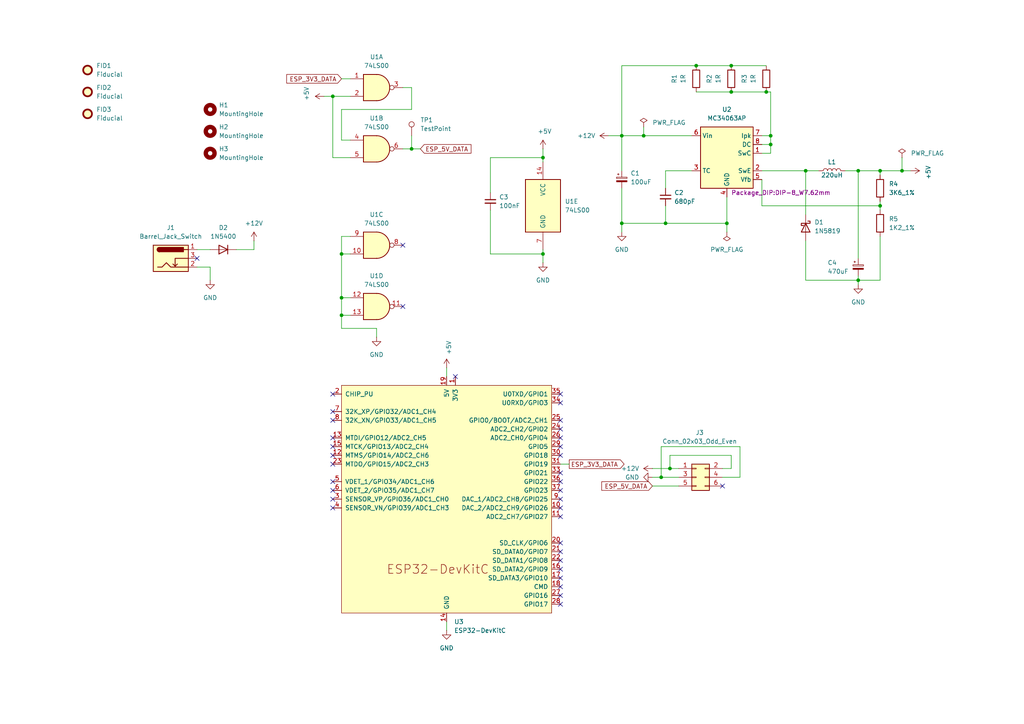
<source format=kicad_sch>
(kicad_sch
	(version 20231120)
	(generator "eeschema")
	(generator_version "8.0")
	(uuid "e63e39d7-6ac0-4ffd-8aa3-1841a4541b55")
	(paper "A4")
	(lib_symbols
		(symbol "74xx:74LS00"
			(pin_names
				(offset 1.016)
			)
			(exclude_from_sim no)
			(in_bom yes)
			(on_board yes)
			(property "Reference" "U"
				(at 0 1.27 0)
				(effects
					(font
						(size 1.27 1.27)
					)
				)
			)
			(property "Value" "74LS00"
				(at 0 -1.27 0)
				(effects
					(font
						(size 1.27 1.27)
					)
				)
			)
			(property "Footprint" ""
				(at 0 0 0)
				(effects
					(font
						(size 1.27 1.27)
					)
					(hide yes)
				)
			)
			(property "Datasheet" "http://www.ti.com/lit/gpn/sn74ls00"
				(at 0 0 0)
				(effects
					(font
						(size 1.27 1.27)
					)
					(hide yes)
				)
			)
			(property "Description" "quad 2-input NAND gate"
				(at 0 0 0)
				(effects
					(font
						(size 1.27 1.27)
					)
					(hide yes)
				)
			)
			(property "ki_locked" ""
				(at 0 0 0)
				(effects
					(font
						(size 1.27 1.27)
					)
				)
			)
			(property "ki_keywords" "TTL nand 2-input"
				(at 0 0 0)
				(effects
					(font
						(size 1.27 1.27)
					)
					(hide yes)
				)
			)
			(property "ki_fp_filters" "DIP*W7.62mm* SO14*"
				(at 0 0 0)
				(effects
					(font
						(size 1.27 1.27)
					)
					(hide yes)
				)
			)
			(symbol "74LS00_1_1"
				(arc
					(start 0 -3.81)
					(mid 3.7934 0)
					(end 0 3.81)
					(stroke
						(width 0.254)
						(type default)
					)
					(fill
						(type background)
					)
				)
				(polyline
					(pts
						(xy 0 3.81) (xy -3.81 3.81) (xy -3.81 -3.81) (xy 0 -3.81)
					)
					(stroke
						(width 0.254)
						(type default)
					)
					(fill
						(type background)
					)
				)
				(pin input line
					(at -7.62 2.54 0)
					(length 3.81)
					(name "~"
						(effects
							(font
								(size 1.27 1.27)
							)
						)
					)
					(number "1"
						(effects
							(font
								(size 1.27 1.27)
							)
						)
					)
				)
				(pin input line
					(at -7.62 -2.54 0)
					(length 3.81)
					(name "~"
						(effects
							(font
								(size 1.27 1.27)
							)
						)
					)
					(number "2"
						(effects
							(font
								(size 1.27 1.27)
							)
						)
					)
				)
				(pin output inverted
					(at 7.62 0 180)
					(length 3.81)
					(name "~"
						(effects
							(font
								(size 1.27 1.27)
							)
						)
					)
					(number "3"
						(effects
							(font
								(size 1.27 1.27)
							)
						)
					)
				)
			)
			(symbol "74LS00_1_2"
				(arc
					(start -3.81 -3.81)
					(mid -2.589 0)
					(end -3.81 3.81)
					(stroke
						(width 0.254)
						(type default)
					)
					(fill
						(type none)
					)
				)
				(arc
					(start -0.6096 -3.81)
					(mid 2.1842 -2.5851)
					(end 3.81 0)
					(stroke
						(width 0.254)
						(type default)
					)
					(fill
						(type background)
					)
				)
				(polyline
					(pts
						(xy -3.81 -3.81) (xy -0.635 -3.81)
					)
					(stroke
						(width 0.254)
						(type default)
					)
					(fill
						(type background)
					)
				)
				(polyline
					(pts
						(xy -3.81 3.81) (xy -0.635 3.81)
					)
					(stroke
						(width 0.254)
						(type default)
					)
					(fill
						(type background)
					)
				)
				(polyline
					(pts
						(xy -0.635 3.81) (xy -3.81 3.81) (xy -3.81 3.81) (xy -3.556 3.4036) (xy -3.0226 2.2606) (xy -2.6924 1.0414)
						(xy -2.6162 -0.254) (xy -2.7686 -1.4986) (xy -3.175 -2.7178) (xy -3.81 -3.81) (xy -3.81 -3.81)
						(xy -0.635 -3.81)
					)
					(stroke
						(width -25.4)
						(type default)
					)
					(fill
						(type background)
					)
				)
				(arc
					(start 3.81 0)
					(mid 2.1915 2.5936)
					(end -0.6096 3.81)
					(stroke
						(width 0.254)
						(type default)
					)
					(fill
						(type background)
					)
				)
				(pin input inverted
					(at -7.62 2.54 0)
					(length 4.318)
					(name "~"
						(effects
							(font
								(size 1.27 1.27)
							)
						)
					)
					(number "1"
						(effects
							(font
								(size 1.27 1.27)
							)
						)
					)
				)
				(pin input inverted
					(at -7.62 -2.54 0)
					(length 4.318)
					(name "~"
						(effects
							(font
								(size 1.27 1.27)
							)
						)
					)
					(number "2"
						(effects
							(font
								(size 1.27 1.27)
							)
						)
					)
				)
				(pin output line
					(at 7.62 0 180)
					(length 3.81)
					(name "~"
						(effects
							(font
								(size 1.27 1.27)
							)
						)
					)
					(number "3"
						(effects
							(font
								(size 1.27 1.27)
							)
						)
					)
				)
			)
			(symbol "74LS00_2_1"
				(arc
					(start 0 -3.81)
					(mid 3.7934 0)
					(end 0 3.81)
					(stroke
						(width 0.254)
						(type default)
					)
					(fill
						(type background)
					)
				)
				(polyline
					(pts
						(xy 0 3.81) (xy -3.81 3.81) (xy -3.81 -3.81) (xy 0 -3.81)
					)
					(stroke
						(width 0.254)
						(type default)
					)
					(fill
						(type background)
					)
				)
				(pin input line
					(at -7.62 2.54 0)
					(length 3.81)
					(name "~"
						(effects
							(font
								(size 1.27 1.27)
							)
						)
					)
					(number "4"
						(effects
							(font
								(size 1.27 1.27)
							)
						)
					)
				)
				(pin input line
					(at -7.62 -2.54 0)
					(length 3.81)
					(name "~"
						(effects
							(font
								(size 1.27 1.27)
							)
						)
					)
					(number "5"
						(effects
							(font
								(size 1.27 1.27)
							)
						)
					)
				)
				(pin output inverted
					(at 7.62 0 180)
					(length 3.81)
					(name "~"
						(effects
							(font
								(size 1.27 1.27)
							)
						)
					)
					(number "6"
						(effects
							(font
								(size 1.27 1.27)
							)
						)
					)
				)
			)
			(symbol "74LS00_2_2"
				(arc
					(start -3.81 -3.81)
					(mid -2.589 0)
					(end -3.81 3.81)
					(stroke
						(width 0.254)
						(type default)
					)
					(fill
						(type none)
					)
				)
				(arc
					(start -0.6096 -3.81)
					(mid 2.1842 -2.5851)
					(end 3.81 0)
					(stroke
						(width 0.254)
						(type default)
					)
					(fill
						(type background)
					)
				)
				(polyline
					(pts
						(xy -3.81 -3.81) (xy -0.635 -3.81)
					)
					(stroke
						(width 0.254)
						(type default)
					)
					(fill
						(type background)
					)
				)
				(polyline
					(pts
						(xy -3.81 3.81) (xy -0.635 3.81)
					)
					(stroke
						(width 0.254)
						(type default)
					)
					(fill
						(type background)
					)
				)
				(polyline
					(pts
						(xy -0.635 3.81) (xy -3.81 3.81) (xy -3.81 3.81) (xy -3.556 3.4036) (xy -3.0226 2.2606) (xy -2.6924 1.0414)
						(xy -2.6162 -0.254) (xy -2.7686 -1.4986) (xy -3.175 -2.7178) (xy -3.81 -3.81) (xy -3.81 -3.81)
						(xy -0.635 -3.81)
					)
					(stroke
						(width -25.4)
						(type default)
					)
					(fill
						(type background)
					)
				)
				(arc
					(start 3.81 0)
					(mid 2.1915 2.5936)
					(end -0.6096 3.81)
					(stroke
						(width 0.254)
						(type default)
					)
					(fill
						(type background)
					)
				)
				(pin input inverted
					(at -7.62 2.54 0)
					(length 4.318)
					(name "~"
						(effects
							(font
								(size 1.27 1.27)
							)
						)
					)
					(number "4"
						(effects
							(font
								(size 1.27 1.27)
							)
						)
					)
				)
				(pin input inverted
					(at -7.62 -2.54 0)
					(length 4.318)
					(name "~"
						(effects
							(font
								(size 1.27 1.27)
							)
						)
					)
					(number "5"
						(effects
							(font
								(size 1.27 1.27)
							)
						)
					)
				)
				(pin output line
					(at 7.62 0 180)
					(length 3.81)
					(name "~"
						(effects
							(font
								(size 1.27 1.27)
							)
						)
					)
					(number "6"
						(effects
							(font
								(size 1.27 1.27)
							)
						)
					)
				)
			)
			(symbol "74LS00_3_1"
				(arc
					(start 0 -3.81)
					(mid 3.7934 0)
					(end 0 3.81)
					(stroke
						(width 0.254)
						(type default)
					)
					(fill
						(type background)
					)
				)
				(polyline
					(pts
						(xy 0 3.81) (xy -3.81 3.81) (xy -3.81 -3.81) (xy 0 -3.81)
					)
					(stroke
						(width 0.254)
						(type default)
					)
					(fill
						(type background)
					)
				)
				(pin input line
					(at -7.62 -2.54 0)
					(length 3.81)
					(name "~"
						(effects
							(font
								(size 1.27 1.27)
							)
						)
					)
					(number "10"
						(effects
							(font
								(size 1.27 1.27)
							)
						)
					)
				)
				(pin output inverted
					(at 7.62 0 180)
					(length 3.81)
					(name "~"
						(effects
							(font
								(size 1.27 1.27)
							)
						)
					)
					(number "8"
						(effects
							(font
								(size 1.27 1.27)
							)
						)
					)
				)
				(pin input line
					(at -7.62 2.54 0)
					(length 3.81)
					(name "~"
						(effects
							(font
								(size 1.27 1.27)
							)
						)
					)
					(number "9"
						(effects
							(font
								(size 1.27 1.27)
							)
						)
					)
				)
			)
			(symbol "74LS00_3_2"
				(arc
					(start -3.81 -3.81)
					(mid -2.589 0)
					(end -3.81 3.81)
					(stroke
						(width 0.254)
						(type default)
					)
					(fill
						(type none)
					)
				)
				(arc
					(start -0.6096 -3.81)
					(mid 2.1842 -2.5851)
					(end 3.81 0)
					(stroke
						(width 0.254)
						(type default)
					)
					(fill
						(type background)
					)
				)
				(polyline
					(pts
						(xy -3.81 -3.81) (xy -0.635 -3.81)
					)
					(stroke
						(width 0.254)
						(type default)
					)
					(fill
						(type background)
					)
				)
				(polyline
					(pts
						(xy -3.81 3.81) (xy -0.635 3.81)
					)
					(stroke
						(width 0.254)
						(type default)
					)
					(fill
						(type background)
					)
				)
				(polyline
					(pts
						(xy -0.635 3.81) (xy -3.81 3.81) (xy -3.81 3.81) (xy -3.556 3.4036) (xy -3.0226 2.2606) (xy -2.6924 1.0414)
						(xy -2.6162 -0.254) (xy -2.7686 -1.4986) (xy -3.175 -2.7178) (xy -3.81 -3.81) (xy -3.81 -3.81)
						(xy -0.635 -3.81)
					)
					(stroke
						(width -25.4)
						(type default)
					)
					(fill
						(type background)
					)
				)
				(arc
					(start 3.81 0)
					(mid 2.1915 2.5936)
					(end -0.6096 3.81)
					(stroke
						(width 0.254)
						(type default)
					)
					(fill
						(type background)
					)
				)
				(pin input inverted
					(at -7.62 -2.54 0)
					(length 4.318)
					(name "~"
						(effects
							(font
								(size 1.27 1.27)
							)
						)
					)
					(number "10"
						(effects
							(font
								(size 1.27 1.27)
							)
						)
					)
				)
				(pin output line
					(at 7.62 0 180)
					(length 3.81)
					(name "~"
						(effects
							(font
								(size 1.27 1.27)
							)
						)
					)
					(number "8"
						(effects
							(font
								(size 1.27 1.27)
							)
						)
					)
				)
				(pin input inverted
					(at -7.62 2.54 0)
					(length 4.318)
					(name "~"
						(effects
							(font
								(size 1.27 1.27)
							)
						)
					)
					(number "9"
						(effects
							(font
								(size 1.27 1.27)
							)
						)
					)
				)
			)
			(symbol "74LS00_4_1"
				(arc
					(start 0 -3.81)
					(mid 3.7934 0)
					(end 0 3.81)
					(stroke
						(width 0.254)
						(type default)
					)
					(fill
						(type background)
					)
				)
				(polyline
					(pts
						(xy 0 3.81) (xy -3.81 3.81) (xy -3.81 -3.81) (xy 0 -3.81)
					)
					(stroke
						(width 0.254)
						(type default)
					)
					(fill
						(type background)
					)
				)
				(pin output inverted
					(at 7.62 0 180)
					(length 3.81)
					(name "~"
						(effects
							(font
								(size 1.27 1.27)
							)
						)
					)
					(number "11"
						(effects
							(font
								(size 1.27 1.27)
							)
						)
					)
				)
				(pin input line
					(at -7.62 2.54 0)
					(length 3.81)
					(name "~"
						(effects
							(font
								(size 1.27 1.27)
							)
						)
					)
					(number "12"
						(effects
							(font
								(size 1.27 1.27)
							)
						)
					)
				)
				(pin input line
					(at -7.62 -2.54 0)
					(length 3.81)
					(name "~"
						(effects
							(font
								(size 1.27 1.27)
							)
						)
					)
					(number "13"
						(effects
							(font
								(size 1.27 1.27)
							)
						)
					)
				)
			)
			(symbol "74LS00_4_2"
				(arc
					(start -3.81 -3.81)
					(mid -2.589 0)
					(end -3.81 3.81)
					(stroke
						(width 0.254)
						(type default)
					)
					(fill
						(type none)
					)
				)
				(arc
					(start -0.6096 -3.81)
					(mid 2.1842 -2.5851)
					(end 3.81 0)
					(stroke
						(width 0.254)
						(type default)
					)
					(fill
						(type background)
					)
				)
				(polyline
					(pts
						(xy -3.81 -3.81) (xy -0.635 -3.81)
					)
					(stroke
						(width 0.254)
						(type default)
					)
					(fill
						(type background)
					)
				)
				(polyline
					(pts
						(xy -3.81 3.81) (xy -0.635 3.81)
					)
					(stroke
						(width 0.254)
						(type default)
					)
					(fill
						(type background)
					)
				)
				(polyline
					(pts
						(xy -0.635 3.81) (xy -3.81 3.81) (xy -3.81 3.81) (xy -3.556 3.4036) (xy -3.0226 2.2606) (xy -2.6924 1.0414)
						(xy -2.6162 -0.254) (xy -2.7686 -1.4986) (xy -3.175 -2.7178) (xy -3.81 -3.81) (xy -3.81 -3.81)
						(xy -0.635 -3.81)
					)
					(stroke
						(width -25.4)
						(type default)
					)
					(fill
						(type background)
					)
				)
				(arc
					(start 3.81 0)
					(mid 2.1915 2.5936)
					(end -0.6096 3.81)
					(stroke
						(width 0.254)
						(type default)
					)
					(fill
						(type background)
					)
				)
				(pin output line
					(at 7.62 0 180)
					(length 3.81)
					(name "~"
						(effects
							(font
								(size 1.27 1.27)
							)
						)
					)
					(number "11"
						(effects
							(font
								(size 1.27 1.27)
							)
						)
					)
				)
				(pin input inverted
					(at -7.62 2.54 0)
					(length 4.318)
					(name "~"
						(effects
							(font
								(size 1.27 1.27)
							)
						)
					)
					(number "12"
						(effects
							(font
								(size 1.27 1.27)
							)
						)
					)
				)
				(pin input inverted
					(at -7.62 -2.54 0)
					(length 4.318)
					(name "~"
						(effects
							(font
								(size 1.27 1.27)
							)
						)
					)
					(number "13"
						(effects
							(font
								(size 1.27 1.27)
							)
						)
					)
				)
			)
			(symbol "74LS00_5_0"
				(pin power_in line
					(at 0 12.7 270)
					(length 5.08)
					(name "VCC"
						(effects
							(font
								(size 1.27 1.27)
							)
						)
					)
					(number "14"
						(effects
							(font
								(size 1.27 1.27)
							)
						)
					)
				)
				(pin power_in line
					(at 0 -12.7 90)
					(length 5.08)
					(name "GND"
						(effects
							(font
								(size 1.27 1.27)
							)
						)
					)
					(number "7"
						(effects
							(font
								(size 1.27 1.27)
							)
						)
					)
				)
			)
			(symbol "74LS00_5_1"
				(rectangle
					(start -5.08 7.62)
					(end 5.08 -7.62)
					(stroke
						(width 0.254)
						(type default)
					)
					(fill
						(type background)
					)
				)
			)
		)
		(symbol "Connector:Barrel_Jack_Switch"
			(pin_names hide)
			(exclude_from_sim no)
			(in_bom yes)
			(on_board yes)
			(property "Reference" "J"
				(at 0 5.334 0)
				(effects
					(font
						(size 1.27 1.27)
					)
				)
			)
			(property "Value" "Barrel_Jack_Switch"
				(at 0 -5.08 0)
				(effects
					(font
						(size 1.27 1.27)
					)
				)
			)
			(property "Footprint" ""
				(at 1.27 -1.016 0)
				(effects
					(font
						(size 1.27 1.27)
					)
					(hide yes)
				)
			)
			(property "Datasheet" "~"
				(at 1.27 -1.016 0)
				(effects
					(font
						(size 1.27 1.27)
					)
					(hide yes)
				)
			)
			(property "Description" "DC Barrel Jack with an internal switch"
				(at 0 0 0)
				(effects
					(font
						(size 1.27 1.27)
					)
					(hide yes)
				)
			)
			(property "ki_keywords" "DC power barrel jack connector"
				(at 0 0 0)
				(effects
					(font
						(size 1.27 1.27)
					)
					(hide yes)
				)
			)
			(property "ki_fp_filters" "BarrelJack*"
				(at 0 0 0)
				(effects
					(font
						(size 1.27 1.27)
					)
					(hide yes)
				)
			)
			(symbol "Barrel_Jack_Switch_0_1"
				(rectangle
					(start -5.08 3.81)
					(end 5.08 -3.81)
					(stroke
						(width 0.254)
						(type default)
					)
					(fill
						(type background)
					)
				)
				(arc
					(start -3.302 3.175)
					(mid -3.9343 2.54)
					(end -3.302 1.905)
					(stroke
						(width 0.254)
						(type default)
					)
					(fill
						(type none)
					)
				)
				(arc
					(start -3.302 3.175)
					(mid -3.9343 2.54)
					(end -3.302 1.905)
					(stroke
						(width 0.254)
						(type default)
					)
					(fill
						(type outline)
					)
				)
				(polyline
					(pts
						(xy 1.27 -2.286) (xy 1.905 -1.651)
					)
					(stroke
						(width 0.254)
						(type default)
					)
					(fill
						(type none)
					)
				)
				(polyline
					(pts
						(xy 5.08 2.54) (xy 3.81 2.54)
					)
					(stroke
						(width 0.254)
						(type default)
					)
					(fill
						(type none)
					)
				)
				(polyline
					(pts
						(xy 5.08 0) (xy 1.27 0) (xy 1.27 -2.286) (xy 0.635 -1.651)
					)
					(stroke
						(width 0.254)
						(type default)
					)
					(fill
						(type none)
					)
				)
				(polyline
					(pts
						(xy -3.81 -2.54) (xy -2.54 -2.54) (xy -1.27 -1.27) (xy 0 -2.54) (xy 2.54 -2.54) (xy 5.08 -2.54)
					)
					(stroke
						(width 0.254)
						(type default)
					)
					(fill
						(type none)
					)
				)
				(rectangle
					(start 3.683 3.175)
					(end -3.302 1.905)
					(stroke
						(width 0.254)
						(type default)
					)
					(fill
						(type outline)
					)
				)
			)
			(symbol "Barrel_Jack_Switch_1_1"
				(pin passive line
					(at 7.62 2.54 180)
					(length 2.54)
					(name "~"
						(effects
							(font
								(size 1.27 1.27)
							)
						)
					)
					(number "1"
						(effects
							(font
								(size 1.27 1.27)
							)
						)
					)
				)
				(pin passive line
					(at 7.62 -2.54 180)
					(length 2.54)
					(name "~"
						(effects
							(font
								(size 1.27 1.27)
							)
						)
					)
					(number "2"
						(effects
							(font
								(size 1.27 1.27)
							)
						)
					)
				)
				(pin passive line
					(at 7.62 0 180)
					(length 2.54)
					(name "~"
						(effects
							(font
								(size 1.27 1.27)
							)
						)
					)
					(number "3"
						(effects
							(font
								(size 1.27 1.27)
							)
						)
					)
				)
			)
		)
		(symbol "Connector:TestPoint"
			(pin_numbers hide)
			(pin_names
				(offset 0.762) hide)
			(exclude_from_sim no)
			(in_bom yes)
			(on_board yes)
			(property "Reference" "TP"
				(at 0 6.858 0)
				(effects
					(font
						(size 1.27 1.27)
					)
				)
			)
			(property "Value" "TestPoint"
				(at 0 5.08 0)
				(effects
					(font
						(size 1.27 1.27)
					)
				)
			)
			(property "Footprint" ""
				(at 5.08 0 0)
				(effects
					(font
						(size 1.27 1.27)
					)
					(hide yes)
				)
			)
			(property "Datasheet" "~"
				(at 5.08 0 0)
				(effects
					(font
						(size 1.27 1.27)
					)
					(hide yes)
				)
			)
			(property "Description" "test point"
				(at 0 0 0)
				(effects
					(font
						(size 1.27 1.27)
					)
					(hide yes)
				)
			)
			(property "ki_keywords" "test point tp"
				(at 0 0 0)
				(effects
					(font
						(size 1.27 1.27)
					)
					(hide yes)
				)
			)
			(property "ki_fp_filters" "Pin* Test*"
				(at 0 0 0)
				(effects
					(font
						(size 1.27 1.27)
					)
					(hide yes)
				)
			)
			(symbol "TestPoint_0_1"
				(circle
					(center 0 3.302)
					(radius 0.762)
					(stroke
						(width 0)
						(type default)
					)
					(fill
						(type none)
					)
				)
			)
			(symbol "TestPoint_1_1"
				(pin passive line
					(at 0 0 90)
					(length 2.54)
					(name "1"
						(effects
							(font
								(size 1.27 1.27)
							)
						)
					)
					(number "1"
						(effects
							(font
								(size 1.27 1.27)
							)
						)
					)
				)
			)
		)
		(symbol "Connector_Generic:Conn_02x03_Odd_Even"
			(pin_names
				(offset 1.016) hide)
			(exclude_from_sim no)
			(in_bom yes)
			(on_board yes)
			(property "Reference" "J"
				(at 1.27 5.08 0)
				(effects
					(font
						(size 1.27 1.27)
					)
				)
			)
			(property "Value" "Conn_02x03_Odd_Even"
				(at 1.27 -5.08 0)
				(effects
					(font
						(size 1.27 1.27)
					)
				)
			)
			(property "Footprint" ""
				(at 0 0 0)
				(effects
					(font
						(size 1.27 1.27)
					)
					(hide yes)
				)
			)
			(property "Datasheet" "~"
				(at 0 0 0)
				(effects
					(font
						(size 1.27 1.27)
					)
					(hide yes)
				)
			)
			(property "Description" "Generic connector, double row, 02x03, odd/even pin numbering scheme (row 1 odd numbers, row 2 even numbers), script generated (kicad-library-utils/schlib/autogen/connector/)"
				(at 0 0 0)
				(effects
					(font
						(size 1.27 1.27)
					)
					(hide yes)
				)
			)
			(property "ki_keywords" "connector"
				(at 0 0 0)
				(effects
					(font
						(size 1.27 1.27)
					)
					(hide yes)
				)
			)
			(property "ki_fp_filters" "Connector*:*_2x??_*"
				(at 0 0 0)
				(effects
					(font
						(size 1.27 1.27)
					)
					(hide yes)
				)
			)
			(symbol "Conn_02x03_Odd_Even_1_1"
				(rectangle
					(start -1.27 -2.413)
					(end 0 -2.667)
					(stroke
						(width 0.1524)
						(type default)
					)
					(fill
						(type none)
					)
				)
				(rectangle
					(start -1.27 0.127)
					(end 0 -0.127)
					(stroke
						(width 0.1524)
						(type default)
					)
					(fill
						(type none)
					)
				)
				(rectangle
					(start -1.27 2.667)
					(end 0 2.413)
					(stroke
						(width 0.1524)
						(type default)
					)
					(fill
						(type none)
					)
				)
				(rectangle
					(start -1.27 3.81)
					(end 3.81 -3.81)
					(stroke
						(width 0.254)
						(type default)
					)
					(fill
						(type background)
					)
				)
				(rectangle
					(start 3.81 -2.413)
					(end 2.54 -2.667)
					(stroke
						(width 0.1524)
						(type default)
					)
					(fill
						(type none)
					)
				)
				(rectangle
					(start 3.81 0.127)
					(end 2.54 -0.127)
					(stroke
						(width 0.1524)
						(type default)
					)
					(fill
						(type none)
					)
				)
				(rectangle
					(start 3.81 2.667)
					(end 2.54 2.413)
					(stroke
						(width 0.1524)
						(type default)
					)
					(fill
						(type none)
					)
				)
				(pin passive line
					(at -5.08 2.54 0)
					(length 3.81)
					(name "Pin_1"
						(effects
							(font
								(size 1.27 1.27)
							)
						)
					)
					(number "1"
						(effects
							(font
								(size 1.27 1.27)
							)
						)
					)
				)
				(pin passive line
					(at 7.62 2.54 180)
					(length 3.81)
					(name "Pin_2"
						(effects
							(font
								(size 1.27 1.27)
							)
						)
					)
					(number "2"
						(effects
							(font
								(size 1.27 1.27)
							)
						)
					)
				)
				(pin passive line
					(at -5.08 0 0)
					(length 3.81)
					(name "Pin_3"
						(effects
							(font
								(size 1.27 1.27)
							)
						)
					)
					(number "3"
						(effects
							(font
								(size 1.27 1.27)
							)
						)
					)
				)
				(pin passive line
					(at 7.62 0 180)
					(length 3.81)
					(name "Pin_4"
						(effects
							(font
								(size 1.27 1.27)
							)
						)
					)
					(number "4"
						(effects
							(font
								(size 1.27 1.27)
							)
						)
					)
				)
				(pin passive line
					(at -5.08 -2.54 0)
					(length 3.81)
					(name "Pin_5"
						(effects
							(font
								(size 1.27 1.27)
							)
						)
					)
					(number "5"
						(effects
							(font
								(size 1.27 1.27)
							)
						)
					)
				)
				(pin passive line
					(at 7.62 -2.54 180)
					(length 3.81)
					(name "Pin_6"
						(effects
							(font
								(size 1.27 1.27)
							)
						)
					)
					(number "6"
						(effects
							(font
								(size 1.27 1.27)
							)
						)
					)
				)
			)
		)
		(symbol "Device:C_Polarized_Small"
			(pin_numbers hide)
			(pin_names
				(offset 0.254) hide)
			(exclude_from_sim no)
			(in_bom yes)
			(on_board yes)
			(property "Reference" "C"
				(at 0.254 1.778 0)
				(effects
					(font
						(size 1.27 1.27)
					)
					(justify left)
				)
			)
			(property "Value" "C_Polarized_Small"
				(at 0.254 -2.032 0)
				(effects
					(font
						(size 1.27 1.27)
					)
					(justify left)
				)
			)
			(property "Footprint" ""
				(at 0 0 0)
				(effects
					(font
						(size 1.27 1.27)
					)
					(hide yes)
				)
			)
			(property "Datasheet" "~"
				(at 0 0 0)
				(effects
					(font
						(size 1.27 1.27)
					)
					(hide yes)
				)
			)
			(property "Description" "Polarized capacitor, small symbol"
				(at 0 0 0)
				(effects
					(font
						(size 1.27 1.27)
					)
					(hide yes)
				)
			)
			(property "ki_keywords" "cap capacitor"
				(at 0 0 0)
				(effects
					(font
						(size 1.27 1.27)
					)
					(hide yes)
				)
			)
			(property "ki_fp_filters" "CP_*"
				(at 0 0 0)
				(effects
					(font
						(size 1.27 1.27)
					)
					(hide yes)
				)
			)
			(symbol "C_Polarized_Small_0_1"
				(rectangle
					(start -1.524 -0.3048)
					(end 1.524 -0.6858)
					(stroke
						(width 0)
						(type default)
					)
					(fill
						(type outline)
					)
				)
				(rectangle
					(start -1.524 0.6858)
					(end 1.524 0.3048)
					(stroke
						(width 0)
						(type default)
					)
					(fill
						(type none)
					)
				)
				(polyline
					(pts
						(xy -1.27 1.524) (xy -0.762 1.524)
					)
					(stroke
						(width 0)
						(type default)
					)
					(fill
						(type none)
					)
				)
				(polyline
					(pts
						(xy -1.016 1.27) (xy -1.016 1.778)
					)
					(stroke
						(width 0)
						(type default)
					)
					(fill
						(type none)
					)
				)
			)
			(symbol "C_Polarized_Small_1_1"
				(pin passive line
					(at 0 2.54 270)
					(length 1.8542)
					(name "~"
						(effects
							(font
								(size 1.27 1.27)
							)
						)
					)
					(number "1"
						(effects
							(font
								(size 1.27 1.27)
							)
						)
					)
				)
				(pin passive line
					(at 0 -2.54 90)
					(length 1.8542)
					(name "~"
						(effects
							(font
								(size 1.27 1.27)
							)
						)
					)
					(number "2"
						(effects
							(font
								(size 1.27 1.27)
							)
						)
					)
				)
			)
		)
		(symbol "Device:C_Small"
			(pin_numbers hide)
			(pin_names
				(offset 0.254) hide)
			(exclude_from_sim no)
			(in_bom yes)
			(on_board yes)
			(property "Reference" "C"
				(at 0.254 1.778 0)
				(effects
					(font
						(size 1.27 1.27)
					)
					(justify left)
				)
			)
			(property "Value" "C_Small"
				(at 0.254 -2.032 0)
				(effects
					(font
						(size 1.27 1.27)
					)
					(justify left)
				)
			)
			(property "Footprint" ""
				(at 0 0 0)
				(effects
					(font
						(size 1.27 1.27)
					)
					(hide yes)
				)
			)
			(property "Datasheet" "~"
				(at 0 0 0)
				(effects
					(font
						(size 1.27 1.27)
					)
					(hide yes)
				)
			)
			(property "Description" "Unpolarized capacitor, small symbol"
				(at 0 0 0)
				(effects
					(font
						(size 1.27 1.27)
					)
					(hide yes)
				)
			)
			(property "ki_keywords" "capacitor cap"
				(at 0 0 0)
				(effects
					(font
						(size 1.27 1.27)
					)
					(hide yes)
				)
			)
			(property "ki_fp_filters" "C_*"
				(at 0 0 0)
				(effects
					(font
						(size 1.27 1.27)
					)
					(hide yes)
				)
			)
			(symbol "C_Small_0_1"
				(polyline
					(pts
						(xy -1.524 -0.508) (xy 1.524 -0.508)
					)
					(stroke
						(width 0.3302)
						(type default)
					)
					(fill
						(type none)
					)
				)
				(polyline
					(pts
						(xy -1.524 0.508) (xy 1.524 0.508)
					)
					(stroke
						(width 0.3048)
						(type default)
					)
					(fill
						(type none)
					)
				)
			)
			(symbol "C_Small_1_1"
				(pin passive line
					(at 0 2.54 270)
					(length 2.032)
					(name "~"
						(effects
							(font
								(size 1.27 1.27)
							)
						)
					)
					(number "1"
						(effects
							(font
								(size 1.27 1.27)
							)
						)
					)
				)
				(pin passive line
					(at 0 -2.54 90)
					(length 2.032)
					(name "~"
						(effects
							(font
								(size 1.27 1.27)
							)
						)
					)
					(number "2"
						(effects
							(font
								(size 1.27 1.27)
							)
						)
					)
				)
			)
		)
		(symbol "Device:L"
			(pin_numbers hide)
			(pin_names
				(offset 1.016) hide)
			(exclude_from_sim no)
			(in_bom yes)
			(on_board yes)
			(property "Reference" "L"
				(at -1.27 0 90)
				(effects
					(font
						(size 1.27 1.27)
					)
				)
			)
			(property "Value" "L"
				(at 1.905 0 90)
				(effects
					(font
						(size 1.27 1.27)
					)
				)
			)
			(property "Footprint" ""
				(at 0 0 0)
				(effects
					(font
						(size 1.27 1.27)
					)
					(hide yes)
				)
			)
			(property "Datasheet" "~"
				(at 0 0 0)
				(effects
					(font
						(size 1.27 1.27)
					)
					(hide yes)
				)
			)
			(property "Description" "Inductor"
				(at 0 0 0)
				(effects
					(font
						(size 1.27 1.27)
					)
					(hide yes)
				)
			)
			(property "ki_keywords" "inductor choke coil reactor magnetic"
				(at 0 0 0)
				(effects
					(font
						(size 1.27 1.27)
					)
					(hide yes)
				)
			)
			(property "ki_fp_filters" "Choke_* *Coil* Inductor_* L_*"
				(at 0 0 0)
				(effects
					(font
						(size 1.27 1.27)
					)
					(hide yes)
				)
			)
			(symbol "L_0_1"
				(arc
					(start 0 -2.54)
					(mid 0.6323 -1.905)
					(end 0 -1.27)
					(stroke
						(width 0)
						(type default)
					)
					(fill
						(type none)
					)
				)
				(arc
					(start 0 -1.27)
					(mid 0.6323 -0.635)
					(end 0 0)
					(stroke
						(width 0)
						(type default)
					)
					(fill
						(type none)
					)
				)
				(arc
					(start 0 0)
					(mid 0.6323 0.635)
					(end 0 1.27)
					(stroke
						(width 0)
						(type default)
					)
					(fill
						(type none)
					)
				)
				(arc
					(start 0 1.27)
					(mid 0.6323 1.905)
					(end 0 2.54)
					(stroke
						(width 0)
						(type default)
					)
					(fill
						(type none)
					)
				)
			)
			(symbol "L_1_1"
				(pin passive line
					(at 0 3.81 270)
					(length 1.27)
					(name "1"
						(effects
							(font
								(size 1.27 1.27)
							)
						)
					)
					(number "1"
						(effects
							(font
								(size 1.27 1.27)
							)
						)
					)
				)
				(pin passive line
					(at 0 -3.81 90)
					(length 1.27)
					(name "2"
						(effects
							(font
								(size 1.27 1.27)
							)
						)
					)
					(number "2"
						(effects
							(font
								(size 1.27 1.27)
							)
						)
					)
				)
			)
		)
		(symbol "Device:R"
			(pin_numbers hide)
			(pin_names
				(offset 0)
			)
			(exclude_from_sim no)
			(in_bom yes)
			(on_board yes)
			(property "Reference" "R"
				(at 2.032 0 90)
				(effects
					(font
						(size 1.27 1.27)
					)
				)
			)
			(property "Value" "R"
				(at 0 0 90)
				(effects
					(font
						(size 1.27 1.27)
					)
				)
			)
			(property "Footprint" ""
				(at -1.778 0 90)
				(effects
					(font
						(size 1.27 1.27)
					)
					(hide yes)
				)
			)
			(property "Datasheet" "~"
				(at 0 0 0)
				(effects
					(font
						(size 1.27 1.27)
					)
					(hide yes)
				)
			)
			(property "Description" "Resistor"
				(at 0 0 0)
				(effects
					(font
						(size 1.27 1.27)
					)
					(hide yes)
				)
			)
			(property "ki_keywords" "R res resistor"
				(at 0 0 0)
				(effects
					(font
						(size 1.27 1.27)
					)
					(hide yes)
				)
			)
			(property "ki_fp_filters" "R_*"
				(at 0 0 0)
				(effects
					(font
						(size 1.27 1.27)
					)
					(hide yes)
				)
			)
			(symbol "R_0_1"
				(rectangle
					(start -1.016 -2.54)
					(end 1.016 2.54)
					(stroke
						(width 0.254)
						(type default)
					)
					(fill
						(type none)
					)
				)
			)
			(symbol "R_1_1"
				(pin passive line
					(at 0 3.81 270)
					(length 1.27)
					(name "~"
						(effects
							(font
								(size 1.27 1.27)
							)
						)
					)
					(number "1"
						(effects
							(font
								(size 1.27 1.27)
							)
						)
					)
				)
				(pin passive line
					(at 0 -3.81 90)
					(length 1.27)
					(name "~"
						(effects
							(font
								(size 1.27 1.27)
							)
						)
					)
					(number "2"
						(effects
							(font
								(size 1.27 1.27)
							)
						)
					)
				)
			)
		)
		(symbol "Diode:1N5400"
			(pin_numbers hide)
			(pin_names hide)
			(exclude_from_sim no)
			(in_bom yes)
			(on_board yes)
			(property "Reference" "D"
				(at 0 2.54 0)
				(effects
					(font
						(size 1.27 1.27)
					)
				)
			)
			(property "Value" "1N5400"
				(at 0 -2.54 0)
				(effects
					(font
						(size 1.27 1.27)
					)
				)
			)
			(property "Footprint" "Diode_THT:D_DO-201AD_P15.24mm_Horizontal"
				(at 0 -4.445 0)
				(effects
					(font
						(size 1.27 1.27)
					)
					(hide yes)
				)
			)
			(property "Datasheet" "http://www.vishay.com/docs/88516/1n5400.pdf"
				(at 0 0 0)
				(effects
					(font
						(size 1.27 1.27)
					)
					(hide yes)
				)
			)
			(property "Description" "50V 3A General Purpose Rectifier Diode, DO-201AD"
				(at 0 0 0)
				(effects
					(font
						(size 1.27 1.27)
					)
					(hide yes)
				)
			)
			(property "Sim.Device" "D"
				(at 0 0 0)
				(effects
					(font
						(size 1.27 1.27)
					)
					(hide yes)
				)
			)
			(property "Sim.Pins" "1=K 2=A"
				(at 0 0 0)
				(effects
					(font
						(size 1.27 1.27)
					)
					(hide yes)
				)
			)
			(property "ki_keywords" "diode"
				(at 0 0 0)
				(effects
					(font
						(size 1.27 1.27)
					)
					(hide yes)
				)
			)
			(property "ki_fp_filters" "D*DO?201AD*"
				(at 0 0 0)
				(effects
					(font
						(size 1.27 1.27)
					)
					(hide yes)
				)
			)
			(symbol "1N5400_0_1"
				(polyline
					(pts
						(xy -1.27 1.27) (xy -1.27 -1.27)
					)
					(stroke
						(width 0.254)
						(type default)
					)
					(fill
						(type none)
					)
				)
				(polyline
					(pts
						(xy 1.27 0) (xy -1.27 0)
					)
					(stroke
						(width 0)
						(type default)
					)
					(fill
						(type none)
					)
				)
				(polyline
					(pts
						(xy 1.27 1.27) (xy 1.27 -1.27) (xy -1.27 0) (xy 1.27 1.27)
					)
					(stroke
						(width 0.254)
						(type default)
					)
					(fill
						(type none)
					)
				)
			)
			(symbol "1N5400_1_1"
				(pin passive line
					(at -3.81 0 0)
					(length 2.54)
					(name "K"
						(effects
							(font
								(size 1.27 1.27)
							)
						)
					)
					(number "1"
						(effects
							(font
								(size 1.27 1.27)
							)
						)
					)
				)
				(pin passive line
					(at 3.81 0 180)
					(length 2.54)
					(name "A"
						(effects
							(font
								(size 1.27 1.27)
							)
						)
					)
					(number "2"
						(effects
							(font
								(size 1.27 1.27)
							)
						)
					)
				)
			)
		)
		(symbol "Diode:1N5819"
			(pin_numbers hide)
			(pin_names
				(offset 1.016) hide)
			(exclude_from_sim no)
			(in_bom yes)
			(on_board yes)
			(property "Reference" "D"
				(at 0 2.54 0)
				(effects
					(font
						(size 1.27 1.27)
					)
				)
			)
			(property "Value" "1N5819"
				(at 0 -2.54 0)
				(effects
					(font
						(size 1.27 1.27)
					)
				)
			)
			(property "Footprint" "Diode_THT:D_DO-41_SOD81_P10.16mm_Horizontal"
				(at 0 -4.445 0)
				(effects
					(font
						(size 1.27 1.27)
					)
					(hide yes)
				)
			)
			(property "Datasheet" "http://www.vishay.com/docs/88525/1n5817.pdf"
				(at 0 0 0)
				(effects
					(font
						(size 1.27 1.27)
					)
					(hide yes)
				)
			)
			(property "Description" "40V 1A Schottky Barrier Rectifier Diode, DO-41"
				(at 0 0 0)
				(effects
					(font
						(size 1.27 1.27)
					)
					(hide yes)
				)
			)
			(property "ki_keywords" "diode Schottky"
				(at 0 0 0)
				(effects
					(font
						(size 1.27 1.27)
					)
					(hide yes)
				)
			)
			(property "ki_fp_filters" "D*DO?41*"
				(at 0 0 0)
				(effects
					(font
						(size 1.27 1.27)
					)
					(hide yes)
				)
			)
			(symbol "1N5819_0_1"
				(polyline
					(pts
						(xy 1.27 0) (xy -1.27 0)
					)
					(stroke
						(width 0)
						(type default)
					)
					(fill
						(type none)
					)
				)
				(polyline
					(pts
						(xy 1.27 1.27) (xy 1.27 -1.27) (xy -1.27 0) (xy 1.27 1.27)
					)
					(stroke
						(width 0.254)
						(type default)
					)
					(fill
						(type none)
					)
				)
				(polyline
					(pts
						(xy -1.905 0.635) (xy -1.905 1.27) (xy -1.27 1.27) (xy -1.27 -1.27) (xy -0.635 -1.27) (xy -0.635 -0.635)
					)
					(stroke
						(width 0.254)
						(type default)
					)
					(fill
						(type none)
					)
				)
			)
			(symbol "1N5819_1_1"
				(pin passive line
					(at -3.81 0 0)
					(length 2.54)
					(name "K"
						(effects
							(font
								(size 1.27 1.27)
							)
						)
					)
					(number "1"
						(effects
							(font
								(size 1.27 1.27)
							)
						)
					)
				)
				(pin passive line
					(at 3.81 0 180)
					(length 2.54)
					(name "A"
						(effects
							(font
								(size 1.27 1.27)
							)
						)
					)
					(number "2"
						(effects
							(font
								(size 1.27 1.27)
							)
						)
					)
				)
			)
		)
		(symbol "Mechanical:Fiducial"
			(exclude_from_sim yes)
			(in_bom no)
			(on_board yes)
			(property "Reference" "FID"
				(at 0 5.08 0)
				(effects
					(font
						(size 1.27 1.27)
					)
				)
			)
			(property "Value" "Fiducial"
				(at 0 3.175 0)
				(effects
					(font
						(size 1.27 1.27)
					)
				)
			)
			(property "Footprint" ""
				(at 0 0 0)
				(effects
					(font
						(size 1.27 1.27)
					)
					(hide yes)
				)
			)
			(property "Datasheet" "~"
				(at 0 0 0)
				(effects
					(font
						(size 1.27 1.27)
					)
					(hide yes)
				)
			)
			(property "Description" "Fiducial Marker"
				(at 0 0 0)
				(effects
					(font
						(size 1.27 1.27)
					)
					(hide yes)
				)
			)
			(property "ki_keywords" "fiducial marker"
				(at 0 0 0)
				(effects
					(font
						(size 1.27 1.27)
					)
					(hide yes)
				)
			)
			(property "ki_fp_filters" "Fiducial*"
				(at 0 0 0)
				(effects
					(font
						(size 1.27 1.27)
					)
					(hide yes)
				)
			)
			(symbol "Fiducial_0_1"
				(circle
					(center 0 0)
					(radius 1.27)
					(stroke
						(width 0.508)
						(type default)
					)
					(fill
						(type background)
					)
				)
			)
		)
		(symbol "Mechanical:MountingHole"
			(pin_names
				(offset 1.016)
			)
			(exclude_from_sim yes)
			(in_bom no)
			(on_board yes)
			(property "Reference" "H"
				(at 0 5.08 0)
				(effects
					(font
						(size 1.27 1.27)
					)
				)
			)
			(property "Value" "MountingHole"
				(at 0 3.175 0)
				(effects
					(font
						(size 1.27 1.27)
					)
				)
			)
			(property "Footprint" ""
				(at 0 0 0)
				(effects
					(font
						(size 1.27 1.27)
					)
					(hide yes)
				)
			)
			(property "Datasheet" "~"
				(at 0 0 0)
				(effects
					(font
						(size 1.27 1.27)
					)
					(hide yes)
				)
			)
			(property "Description" "Mounting Hole without connection"
				(at 0 0 0)
				(effects
					(font
						(size 1.27 1.27)
					)
					(hide yes)
				)
			)
			(property "ki_keywords" "mounting hole"
				(at 0 0 0)
				(effects
					(font
						(size 1.27 1.27)
					)
					(hide yes)
				)
			)
			(property "ki_fp_filters" "MountingHole*"
				(at 0 0 0)
				(effects
					(font
						(size 1.27 1.27)
					)
					(hide yes)
				)
			)
			(symbol "MountingHole_0_1"
				(circle
					(center 0 0)
					(radius 1.27)
					(stroke
						(width 1.27)
						(type default)
					)
					(fill
						(type none)
					)
				)
			)
		)
		(symbol "PCM_Espressif:ESP32-DevKitC"
			(pin_names
				(offset 1.016)
			)
			(exclude_from_sim no)
			(in_bom yes)
			(on_board yes)
			(property "Reference" "U"
				(at -30.48 38.1 0)
				(effects
					(font
						(size 1.27 1.27)
					)
					(justify left)
				)
			)
			(property "Value" "ESP32-DevKitC"
				(at -30.48 35.56 0)
				(effects
					(font
						(size 1.27 1.27)
					)
					(justify left)
				)
			)
			(property "Footprint" "PCM_Espressif:ESP32-DevKitC"
				(at 0 -43.18 0)
				(effects
					(font
						(size 1.27 1.27)
					)
					(hide yes)
				)
			)
			(property "Datasheet" "https://docs.espressif.com/projects/esp-idf/zh_CN/latest/esp32/hw-reference/esp32/get-started-devkitc.html"
				(at 0 -45.72 0)
				(effects
					(font
						(size 1.27 1.27)
					)
					(hide yes)
				)
			)
			(property "Description" "Development Kit"
				(at 0 0 0)
				(effects
					(font
						(size 1.27 1.27)
					)
					(hide yes)
				)
			)
			(property "ki_keywords" "ESP32"
				(at 0 0 0)
				(effects
					(font
						(size 1.27 1.27)
					)
					(hide yes)
				)
			)
			(symbol "ESP32-DevKitC_0_0"
				(text "ESP32-DevKitC"
					(at -2.54 -20.32 0)
					(effects
						(font
							(size 2.54 2.54)
						)
					)
				)
				(pin power_in line
					(at 0 -35.56 90)
					(length 2.54)
					(name "GND"
						(effects
							(font
								(size 1.27 1.27)
							)
						)
					)
					(number "14"
						(effects
							(font
								(size 1.27 1.27)
							)
						)
					)
				)
				(pin power_in line
					(at 0 35.56 270)
					(length 2.54)
					(name "5V"
						(effects
							(font
								(size 1.27 1.27)
							)
						)
					)
					(number "19"
						(effects
							(font
								(size 1.27 1.27)
							)
						)
					)
				)
			)
			(symbol "ESP32-DevKitC_0_1"
				(rectangle
					(start -30.48 33.02)
					(end 30.48 -33.02)
					(stroke
						(width 0)
						(type default)
					)
					(fill
						(type background)
					)
				)
			)
			(symbol "ESP32-DevKitC_1_1"
				(pin power_in line
					(at 2.54 35.56 270)
					(length 2.54)
					(name "3V3"
						(effects
							(font
								(size 1.27 1.27)
							)
						)
					)
					(number "1"
						(effects
							(font
								(size 1.27 1.27)
							)
						)
					)
				)
				(pin bidirectional line
					(at 33.02 -2.54 180)
					(length 2.54)
					(name "DAC_2/ADC2_CH9/GPIO26"
						(effects
							(font
								(size 1.27 1.27)
							)
						)
					)
					(number "10"
						(effects
							(font
								(size 1.27 1.27)
							)
						)
					)
				)
				(pin bidirectional line
					(at 33.02 -5.08 180)
					(length 2.54)
					(name "ADC2_CH7/GPIO27"
						(effects
							(font
								(size 1.27 1.27)
							)
						)
					)
					(number "11"
						(effects
							(font
								(size 1.27 1.27)
							)
						)
					)
				)
				(pin bidirectional line
					(at -33.02 12.7 0)
					(length 2.54)
					(name "MTMS/GPIO14/ADC2_CH6"
						(effects
							(font
								(size 1.27 1.27)
							)
						)
					)
					(number "12"
						(effects
							(font
								(size 1.27 1.27)
							)
						)
					)
				)
				(pin bidirectional line
					(at -33.02 17.78 0)
					(length 2.54)
					(name "MTDI/GPIO12/ADC2_CH5"
						(effects
							(font
								(size 1.27 1.27)
							)
						)
					)
					(number "13"
						(effects
							(font
								(size 1.27 1.27)
							)
						)
					)
				)
				(pin bidirectional line
					(at -33.02 15.24 0)
					(length 2.54)
					(name "MTCK/GPIO13/ADC2_CH4"
						(effects
							(font
								(size 1.27 1.27)
							)
						)
					)
					(number "15"
						(effects
							(font
								(size 1.27 1.27)
							)
						)
					)
				)
				(pin bidirectional line
					(at 33.02 -20.32 180)
					(length 2.54)
					(name "SD_DATA2/GPIO9"
						(effects
							(font
								(size 1.27 1.27)
							)
						)
					)
					(number "16"
						(effects
							(font
								(size 1.27 1.27)
							)
						)
					)
				)
				(pin bidirectional line
					(at 33.02 -22.86 180)
					(length 2.54)
					(name "SD_DATA3/GPIO10"
						(effects
							(font
								(size 1.27 1.27)
							)
						)
					)
					(number "17"
						(effects
							(font
								(size 1.27 1.27)
							)
						)
					)
				)
				(pin bidirectional line
					(at 33.02 -25.4 180)
					(length 2.54)
					(name "CMD"
						(effects
							(font
								(size 1.27 1.27)
							)
						)
					)
					(number "18"
						(effects
							(font
								(size 1.27 1.27)
							)
						)
					)
				)
				(pin input line
					(at -33.02 30.48 0)
					(length 2.54)
					(name "CHIP_PU"
						(effects
							(font
								(size 1.27 1.27)
							)
						)
					)
					(number "2"
						(effects
							(font
								(size 1.27 1.27)
							)
						)
					)
				)
				(pin bidirectional line
					(at 33.02 -12.7 180)
					(length 2.54)
					(name "SD_CLK/GPIO6"
						(effects
							(font
								(size 1.27 1.27)
							)
						)
					)
					(number "20"
						(effects
							(font
								(size 1.27 1.27)
							)
						)
					)
				)
				(pin bidirectional line
					(at 33.02 -15.24 180)
					(length 2.54)
					(name "SD_DATA0/GPIO7"
						(effects
							(font
								(size 1.27 1.27)
							)
						)
					)
					(number "21"
						(effects
							(font
								(size 1.27 1.27)
							)
						)
					)
				)
				(pin bidirectional line
					(at 33.02 -17.78 180)
					(length 2.54)
					(name "SD_DATA1/GPIO8"
						(effects
							(font
								(size 1.27 1.27)
							)
						)
					)
					(number "22"
						(effects
							(font
								(size 1.27 1.27)
							)
						)
					)
				)
				(pin bidirectional line
					(at -33.02 10.16 0)
					(length 2.54)
					(name "MTDO/GPIO15/ADC2_CH3"
						(effects
							(font
								(size 1.27 1.27)
							)
						)
					)
					(number "23"
						(effects
							(font
								(size 1.27 1.27)
							)
						)
					)
				)
				(pin bidirectional line
					(at 33.02 20.32 180)
					(length 2.54)
					(name "ADC2_CH2/GPIO2"
						(effects
							(font
								(size 1.27 1.27)
							)
						)
					)
					(number "24"
						(effects
							(font
								(size 1.27 1.27)
							)
						)
					)
				)
				(pin bidirectional line
					(at 33.02 22.86 180)
					(length 2.54)
					(name "GPIO0/BOOT/ADC2_CH1"
						(effects
							(font
								(size 1.27 1.27)
							)
						)
					)
					(number "25"
						(effects
							(font
								(size 1.27 1.27)
							)
						)
					)
				)
				(pin bidirectional line
					(at 33.02 17.78 180)
					(length 2.54)
					(name "ADC2_CH0/GPIO4"
						(effects
							(font
								(size 1.27 1.27)
							)
						)
					)
					(number "26"
						(effects
							(font
								(size 1.27 1.27)
							)
						)
					)
				)
				(pin bidirectional line
					(at 33.02 -27.94 180)
					(length 2.54)
					(name "GPIO16"
						(effects
							(font
								(size 1.27 1.27)
							)
						)
					)
					(number "27"
						(effects
							(font
								(size 1.27 1.27)
							)
						)
					)
				)
				(pin bidirectional line
					(at 33.02 -30.48 180)
					(length 2.54)
					(name "GPIO17"
						(effects
							(font
								(size 1.27 1.27)
							)
						)
					)
					(number "28"
						(effects
							(font
								(size 1.27 1.27)
							)
						)
					)
				)
				(pin bidirectional line
					(at 33.02 15.24 180)
					(length 2.54)
					(name "GPIO5"
						(effects
							(font
								(size 1.27 1.27)
							)
						)
					)
					(number "29"
						(effects
							(font
								(size 1.27 1.27)
							)
						)
					)
				)
				(pin input line
					(at -33.02 0 0)
					(length 2.54)
					(name "SENSOR_VP/GPIO36/ADC1_CH0"
						(effects
							(font
								(size 1.27 1.27)
							)
						)
					)
					(number "3"
						(effects
							(font
								(size 1.27 1.27)
							)
						)
					)
				)
				(pin bidirectional line
					(at 33.02 12.7 180)
					(length 2.54)
					(name "GPIO18"
						(effects
							(font
								(size 1.27 1.27)
							)
						)
					)
					(number "30"
						(effects
							(font
								(size 1.27 1.27)
							)
						)
					)
				)
				(pin bidirectional line
					(at 33.02 10.16 180)
					(length 2.54)
					(name "GPIO19"
						(effects
							(font
								(size 1.27 1.27)
							)
						)
					)
					(number "31"
						(effects
							(font
								(size 1.27 1.27)
							)
						)
					)
				)
				(pin passive line
					(at 0 -35.56 90)
					(length 2.54) hide
					(name "GND"
						(effects
							(font
								(size 1.27 1.27)
							)
						)
					)
					(number "32"
						(effects
							(font
								(size 1.27 1.27)
							)
						)
					)
				)
				(pin bidirectional line
					(at 33.02 7.62 180)
					(length 2.54)
					(name "GPIO21"
						(effects
							(font
								(size 1.27 1.27)
							)
						)
					)
					(number "33"
						(effects
							(font
								(size 1.27 1.27)
							)
						)
					)
				)
				(pin bidirectional line
					(at 33.02 27.94 180)
					(length 2.54)
					(name "U0RXD/GPIO3"
						(effects
							(font
								(size 1.27 1.27)
							)
						)
					)
					(number "34"
						(effects
							(font
								(size 1.27 1.27)
							)
						)
					)
				)
				(pin bidirectional line
					(at 33.02 30.48 180)
					(length 2.54)
					(name "U0TXD/GPIO1"
						(effects
							(font
								(size 1.27 1.27)
							)
						)
					)
					(number "35"
						(effects
							(font
								(size 1.27 1.27)
							)
						)
					)
				)
				(pin bidirectional line
					(at 33.02 5.08 180)
					(length 2.54)
					(name "GPIO22"
						(effects
							(font
								(size 1.27 1.27)
							)
						)
					)
					(number "36"
						(effects
							(font
								(size 1.27 1.27)
							)
						)
					)
				)
				(pin bidirectional line
					(at 33.02 2.54 180)
					(length 2.54)
					(name "GPIO23"
						(effects
							(font
								(size 1.27 1.27)
							)
						)
					)
					(number "37"
						(effects
							(font
								(size 1.27 1.27)
							)
						)
					)
				)
				(pin passive line
					(at 0 -35.56 90)
					(length 2.54) hide
					(name "GND"
						(effects
							(font
								(size 1.27 1.27)
							)
						)
					)
					(number "38"
						(effects
							(font
								(size 1.27 1.27)
							)
						)
					)
				)
				(pin input line
					(at -33.02 -2.54 0)
					(length 2.54)
					(name "SENSOR_VN/GPIO39/ADC1_CH3"
						(effects
							(font
								(size 1.27 1.27)
							)
						)
					)
					(number "4"
						(effects
							(font
								(size 1.27 1.27)
							)
						)
					)
				)
				(pin input line
					(at -33.02 5.08 0)
					(length 2.54)
					(name "VDET_1/GPIO34/ADC1_CH6"
						(effects
							(font
								(size 1.27 1.27)
							)
						)
					)
					(number "5"
						(effects
							(font
								(size 1.27 1.27)
							)
						)
					)
				)
				(pin input line
					(at -33.02 2.54 0)
					(length 2.54)
					(name "VDET_2/GPIO35/ADC1_CH7"
						(effects
							(font
								(size 1.27 1.27)
							)
						)
					)
					(number "6"
						(effects
							(font
								(size 1.27 1.27)
							)
						)
					)
				)
				(pin bidirectional line
					(at -33.02 25.4 0)
					(length 2.54)
					(name "32K_XP/GPIO32/ADC1_CH4"
						(effects
							(font
								(size 1.27 1.27)
							)
						)
					)
					(number "7"
						(effects
							(font
								(size 1.27 1.27)
							)
						)
					)
				)
				(pin bidirectional line
					(at -33.02 22.86 0)
					(length 2.54)
					(name "32K_XN/GPIO33/ADC1_CH5"
						(effects
							(font
								(size 1.27 1.27)
							)
						)
					)
					(number "8"
						(effects
							(font
								(size 1.27 1.27)
							)
						)
					)
				)
				(pin bidirectional line
					(at 33.02 0 180)
					(length 2.54)
					(name "DAC_1/ADC2_CH8/GPIO25"
						(effects
							(font
								(size 1.27 1.27)
							)
						)
					)
					(number "9"
						(effects
							(font
								(size 1.27 1.27)
							)
						)
					)
				)
			)
		)
		(symbol "Regulator_Switching:MC34063AP"
			(exclude_from_sim no)
			(in_bom yes)
			(on_board yes)
			(property "Reference" "U"
				(at -7.62 8.89 0)
				(effects
					(font
						(size 1.27 1.27)
					)
					(justify left)
				)
			)
			(property "Value" "MC34063AP"
				(at 0 8.89 0)
				(effects
					(font
						(size 1.27 1.27)
					)
					(justify left)
				)
			)
			(property "Footprint" "Package_DIP:DIP-8_W7.62mm"
				(at 1.27 -11.43 0)
				(effects
					(font
						(size 1.27 1.27)
					)
					(justify left)
					(hide yes)
				)
			)
			(property "Datasheet" "http://www.onsemi.com/pub_link/Collateral/MC34063A-D.PDF"
				(at 12.7 -2.54 0)
				(effects
					(font
						(size 1.27 1.27)
					)
					(hide yes)
				)
			)
			(property "Description" "1.5A, step-up/down/inverting switching regulator, 3-40V Vin, 100kHz, DIP-8"
				(at 0 0 0)
				(effects
					(font
						(size 1.27 1.27)
					)
					(hide yes)
				)
			)
			(property "ki_keywords" "smps buck boost inverting"
				(at 0 0 0)
				(effects
					(font
						(size 1.27 1.27)
					)
					(hide yes)
				)
			)
			(property "ki_fp_filters" "DIP*W7.62mm*"
				(at 0 0 0)
				(effects
					(font
						(size 1.27 1.27)
					)
					(hide yes)
				)
			)
			(symbol "MC34063AP_0_1"
				(rectangle
					(start -7.62 7.62)
					(end 7.62 -10.16)
					(stroke
						(width 0.254)
						(type default)
					)
					(fill
						(type background)
					)
				)
			)
			(symbol "MC34063AP_1_1"
				(pin open_collector line
					(at 10.16 0 180)
					(length 2.54)
					(name "SwC"
						(effects
							(font
								(size 1.27 1.27)
							)
						)
					)
					(number "1"
						(effects
							(font
								(size 1.27 1.27)
							)
						)
					)
				)
				(pin open_emitter line
					(at 10.16 -5.08 180)
					(length 2.54)
					(name "SwE"
						(effects
							(font
								(size 1.27 1.27)
							)
						)
					)
					(number "2"
						(effects
							(font
								(size 1.27 1.27)
							)
						)
					)
				)
				(pin passive line
					(at -10.16 -5.08 0)
					(length 2.54)
					(name "TC"
						(effects
							(font
								(size 1.27 1.27)
							)
						)
					)
					(number "3"
						(effects
							(font
								(size 1.27 1.27)
							)
						)
					)
				)
				(pin power_in line
					(at 0 -12.7 90)
					(length 2.54)
					(name "GND"
						(effects
							(font
								(size 1.27 1.27)
							)
						)
					)
					(number "4"
						(effects
							(font
								(size 1.27 1.27)
							)
						)
					)
				)
				(pin input line
					(at 10.16 -7.62 180)
					(length 2.54)
					(name "Vfb"
						(effects
							(font
								(size 1.27 1.27)
							)
						)
					)
					(number "5"
						(effects
							(font
								(size 1.27 1.27)
							)
						)
					)
				)
				(pin power_in line
					(at -10.16 5.08 0)
					(length 2.54)
					(name "Vin"
						(effects
							(font
								(size 1.27 1.27)
							)
						)
					)
					(number "6"
						(effects
							(font
								(size 1.27 1.27)
							)
						)
					)
				)
				(pin input line
					(at 10.16 5.08 180)
					(length 2.54)
					(name "Ipk"
						(effects
							(font
								(size 1.27 1.27)
							)
						)
					)
					(number "7"
						(effects
							(font
								(size 1.27 1.27)
							)
						)
					)
				)
				(pin open_collector line
					(at 10.16 2.54 180)
					(length 2.54)
					(name "DC"
						(effects
							(font
								(size 1.27 1.27)
							)
						)
					)
					(number "8"
						(effects
							(font
								(size 1.27 1.27)
							)
						)
					)
				)
			)
		)
		(symbol "power:+12V"
			(power)
			(pin_numbers hide)
			(pin_names
				(offset 0) hide)
			(exclude_from_sim no)
			(in_bom yes)
			(on_board yes)
			(property "Reference" "#PWR"
				(at 0 -3.81 0)
				(effects
					(font
						(size 1.27 1.27)
					)
					(hide yes)
				)
			)
			(property "Value" "+12V"
				(at 0 3.556 0)
				(effects
					(font
						(size 1.27 1.27)
					)
				)
			)
			(property "Footprint" ""
				(at 0 0 0)
				(effects
					(font
						(size 1.27 1.27)
					)
					(hide yes)
				)
			)
			(property "Datasheet" ""
				(at 0 0 0)
				(effects
					(font
						(size 1.27 1.27)
					)
					(hide yes)
				)
			)
			(property "Description" "Power symbol creates a global label with name \"+12V\""
				(at 0 0 0)
				(effects
					(font
						(size 1.27 1.27)
					)
					(hide yes)
				)
			)
			(property "ki_keywords" "global power"
				(at 0 0 0)
				(effects
					(font
						(size 1.27 1.27)
					)
					(hide yes)
				)
			)
			(symbol "+12V_0_1"
				(polyline
					(pts
						(xy -0.762 1.27) (xy 0 2.54)
					)
					(stroke
						(width 0)
						(type default)
					)
					(fill
						(type none)
					)
				)
				(polyline
					(pts
						(xy 0 0) (xy 0 2.54)
					)
					(stroke
						(width 0)
						(type default)
					)
					(fill
						(type none)
					)
				)
				(polyline
					(pts
						(xy 0 2.54) (xy 0.762 1.27)
					)
					(stroke
						(width 0)
						(type default)
					)
					(fill
						(type none)
					)
				)
			)
			(symbol "+12V_1_1"
				(pin power_in line
					(at 0 0 90)
					(length 0)
					(name "~"
						(effects
							(font
								(size 1.27 1.27)
							)
						)
					)
					(number "1"
						(effects
							(font
								(size 1.27 1.27)
							)
						)
					)
				)
			)
		)
		(symbol "power:+5V"
			(power)
			(pin_numbers hide)
			(pin_names
				(offset 0) hide)
			(exclude_from_sim no)
			(in_bom yes)
			(on_board yes)
			(property "Reference" "#PWR"
				(at 0 -3.81 0)
				(effects
					(font
						(size 1.27 1.27)
					)
					(hide yes)
				)
			)
			(property "Value" "+5V"
				(at 0 3.556 0)
				(effects
					(font
						(size 1.27 1.27)
					)
				)
			)
			(property "Footprint" ""
				(at 0 0 0)
				(effects
					(font
						(size 1.27 1.27)
					)
					(hide yes)
				)
			)
			(property "Datasheet" ""
				(at 0 0 0)
				(effects
					(font
						(size 1.27 1.27)
					)
					(hide yes)
				)
			)
			(property "Description" "Power symbol creates a global label with name \"+5V\""
				(at 0 0 0)
				(effects
					(font
						(size 1.27 1.27)
					)
					(hide yes)
				)
			)
			(property "ki_keywords" "global power"
				(at 0 0 0)
				(effects
					(font
						(size 1.27 1.27)
					)
					(hide yes)
				)
			)
			(symbol "+5V_0_1"
				(polyline
					(pts
						(xy -0.762 1.27) (xy 0 2.54)
					)
					(stroke
						(width 0)
						(type default)
					)
					(fill
						(type none)
					)
				)
				(polyline
					(pts
						(xy 0 0) (xy 0 2.54)
					)
					(stroke
						(width 0)
						(type default)
					)
					(fill
						(type none)
					)
				)
				(polyline
					(pts
						(xy 0 2.54) (xy 0.762 1.27)
					)
					(stroke
						(width 0)
						(type default)
					)
					(fill
						(type none)
					)
				)
			)
			(symbol "+5V_1_1"
				(pin power_in line
					(at 0 0 90)
					(length 0)
					(name "~"
						(effects
							(font
								(size 1.27 1.27)
							)
						)
					)
					(number "1"
						(effects
							(font
								(size 1.27 1.27)
							)
						)
					)
				)
			)
		)
		(symbol "power:GND"
			(power)
			(pin_numbers hide)
			(pin_names
				(offset 0) hide)
			(exclude_from_sim no)
			(in_bom yes)
			(on_board yes)
			(property "Reference" "#PWR"
				(at 0 -6.35 0)
				(effects
					(font
						(size 1.27 1.27)
					)
					(hide yes)
				)
			)
			(property "Value" "GND"
				(at 0 -3.81 0)
				(effects
					(font
						(size 1.27 1.27)
					)
				)
			)
			(property "Footprint" ""
				(at 0 0 0)
				(effects
					(font
						(size 1.27 1.27)
					)
					(hide yes)
				)
			)
			(property "Datasheet" ""
				(at 0 0 0)
				(effects
					(font
						(size 1.27 1.27)
					)
					(hide yes)
				)
			)
			(property "Description" "Power symbol creates a global label with name \"GND\" , ground"
				(at 0 0 0)
				(effects
					(font
						(size 1.27 1.27)
					)
					(hide yes)
				)
			)
			(property "ki_keywords" "global power"
				(at 0 0 0)
				(effects
					(font
						(size 1.27 1.27)
					)
					(hide yes)
				)
			)
			(symbol "GND_0_1"
				(polyline
					(pts
						(xy 0 0) (xy 0 -1.27) (xy 1.27 -1.27) (xy 0 -2.54) (xy -1.27 -1.27) (xy 0 -1.27)
					)
					(stroke
						(width 0)
						(type default)
					)
					(fill
						(type none)
					)
				)
			)
			(symbol "GND_1_1"
				(pin power_in line
					(at 0 0 270)
					(length 0)
					(name "~"
						(effects
							(font
								(size 1.27 1.27)
							)
						)
					)
					(number "1"
						(effects
							(font
								(size 1.27 1.27)
							)
						)
					)
				)
			)
		)
		(symbol "power:PWR_FLAG"
			(power)
			(pin_numbers hide)
			(pin_names
				(offset 0) hide)
			(exclude_from_sim no)
			(in_bom yes)
			(on_board yes)
			(property "Reference" "#FLG"
				(at 0 1.905 0)
				(effects
					(font
						(size 1.27 1.27)
					)
					(hide yes)
				)
			)
			(property "Value" "PWR_FLAG"
				(at 0 3.81 0)
				(effects
					(font
						(size 1.27 1.27)
					)
				)
			)
			(property "Footprint" ""
				(at 0 0 0)
				(effects
					(font
						(size 1.27 1.27)
					)
					(hide yes)
				)
			)
			(property "Datasheet" "~"
				(at 0 0 0)
				(effects
					(font
						(size 1.27 1.27)
					)
					(hide yes)
				)
			)
			(property "Description" "Special symbol for telling ERC where power comes from"
				(at 0 0 0)
				(effects
					(font
						(size 1.27 1.27)
					)
					(hide yes)
				)
			)
			(property "ki_keywords" "flag power"
				(at 0 0 0)
				(effects
					(font
						(size 1.27 1.27)
					)
					(hide yes)
				)
			)
			(symbol "PWR_FLAG_0_0"
				(pin power_out line
					(at 0 0 90)
					(length 0)
					(name "~"
						(effects
							(font
								(size 1.27 1.27)
							)
						)
					)
					(number "1"
						(effects
							(font
								(size 1.27 1.27)
							)
						)
					)
				)
			)
			(symbol "PWR_FLAG_0_1"
				(polyline
					(pts
						(xy 0 0) (xy 0 1.27) (xy -1.016 1.905) (xy 0 2.54) (xy 1.016 1.905) (xy 0 1.27)
					)
					(stroke
						(width 0)
						(type default)
					)
					(fill
						(type none)
					)
				)
			)
		)
	)
	(junction
		(at 186.69 39.37)
		(diameter 0)
		(color 0 0 0 0)
		(uuid "04c7b69b-4de8-4a07-9232-33b8a42471cc")
	)
	(junction
		(at 193.04 64.77)
		(diameter 0)
		(color 0 0 0 0)
		(uuid "16b09e0a-8058-4df1-ab16-66bebc717d54")
	)
	(junction
		(at 119.38 43.18)
		(diameter 0)
		(color 0 0 0 0)
		(uuid "4f701f51-5853-4c53-971a-3cd0c216770d")
	)
	(junction
		(at 180.34 64.77)
		(diameter 0)
		(color 0 0 0 0)
		(uuid "54a89a03-9e1b-4d45-9cd0-cd3e01e8d1be")
	)
	(junction
		(at 233.68 49.53)
		(diameter 0)
		(color 0 0 0 0)
		(uuid "5f27e367-b20f-4fbe-8661-1ff6078005a9")
	)
	(junction
		(at 255.27 59.69)
		(diameter 0)
		(color 0 0 0 0)
		(uuid "63b4af93-5322-40d3-b76c-1958f591dbfe")
	)
	(junction
		(at 222.25 26.67)
		(diameter 0)
		(color 0 0 0 0)
		(uuid "661e1dce-4320-4d00-a244-53dbf8a53b2c")
	)
	(junction
		(at 99.06 91.44)
		(diameter 0)
		(color 0 0 0 0)
		(uuid "6f89b2d6-7d59-417f-880f-def3c16bbdf5")
	)
	(junction
		(at 96.52 27.94)
		(diameter 0)
		(color 0 0 0 0)
		(uuid "77653835-c51e-4dfc-9627-d2807d62f345")
	)
	(junction
		(at 201.93 19.05)
		(diameter 0)
		(color 0 0 0 0)
		(uuid "8c46e66a-5e85-4d21-960b-aa49a672abc5")
	)
	(junction
		(at 212.09 26.67)
		(diameter 0)
		(color 0 0 0 0)
		(uuid "8e296fb2-7b77-4667-8d77-065e20752342")
	)
	(junction
		(at 223.52 41.91)
		(diameter 0)
		(color 0 0 0 0)
		(uuid "919d4068-fc35-4e60-9d64-f61abc71f7ba")
	)
	(junction
		(at 157.48 73.66)
		(diameter 0)
		(color 0 0 0 0)
		(uuid "9d204641-4b06-4500-bd48-791de386c2a8")
	)
	(junction
		(at 191.77 138.43)
		(diameter 0)
		(color 0 0 0 0)
		(uuid "aaf64635-1c4f-4ebc-a410-f62088820ac2")
	)
	(junction
		(at 255.27 49.53)
		(diameter 0)
		(color 0 0 0 0)
		(uuid "afe6f26c-3b66-4793-af54-8a20d02c8a03")
	)
	(junction
		(at 99.06 86.36)
		(diameter 0)
		(color 0 0 0 0)
		(uuid "b32c4e73-4f87-427b-9a92-f7d4c5425c8a")
	)
	(junction
		(at 157.48 45.72)
		(diameter 0)
		(color 0 0 0 0)
		(uuid "ba020c02-bd59-446c-b582-16827bf7f39e")
	)
	(junction
		(at 248.92 49.53)
		(diameter 0)
		(color 0 0 0 0)
		(uuid "bcae8574-bd3d-4bbe-bf8b-6d3bf9f0af1f")
	)
	(junction
		(at 194.31 135.89)
		(diameter 0)
		(color 0 0 0 0)
		(uuid "c7909948-ae6d-43de-9eca-5d2ac09f011e")
	)
	(junction
		(at 248.92 81.28)
		(diameter 0)
		(color 0 0 0 0)
		(uuid "c7dd7881-1d83-408c-ae42-4609552325e9")
	)
	(junction
		(at 223.52 39.37)
		(diameter 0)
		(color 0 0 0 0)
		(uuid "c942ad93-76ab-4fb1-b2e7-c82bb2967afb")
	)
	(junction
		(at 261.62 49.53)
		(diameter 0)
		(color 0 0 0 0)
		(uuid "cb790b7b-7b48-4050-b267-3f1623c53ae7")
	)
	(junction
		(at 212.09 19.05)
		(diameter 0)
		(color 0 0 0 0)
		(uuid "e6450aaf-aaf1-4eb1-8ebd-37306e0c1ce9")
	)
	(junction
		(at 180.34 39.37)
		(diameter 0)
		(color 0 0 0 0)
		(uuid "f2800f15-5b64-4011-b002-4818b41a1838")
	)
	(junction
		(at 210.82 64.77)
		(diameter 0)
		(color 0 0 0 0)
		(uuid "f8686f49-e0c7-4341-881d-04d6ba9e4c06")
	)
	(junction
		(at 99.06 73.66)
		(diameter 0)
		(color 0 0 0 0)
		(uuid "f96ef5ce-79ac-4589-b6c7-b6f7dd5ede12")
	)
	(no_connect
		(at 162.56 165.1)
		(uuid "0794d842-3c58-4847-bdc8-a5760cec982d")
	)
	(no_connect
		(at 96.52 134.62)
		(uuid "17fad969-ceab-4502-9520-e3bedff0cfe4")
	)
	(no_connect
		(at 96.52 119.38)
		(uuid "2a864d2b-923b-42fd-9346-27af4a85c21a")
	)
	(no_connect
		(at 162.56 160.02)
		(uuid "2c28c04c-7b86-4831-8179-6d72e0ccd7f4")
	)
	(no_connect
		(at 162.56 116.84)
		(uuid "3abe897b-5081-4d5b-89e3-ee8ccee9bdfd")
	)
	(no_connect
		(at 57.15 74.93)
		(uuid "496c2a81-d5aa-4c30-b8c7-3198f4d6f74a")
	)
	(no_connect
		(at 162.56 149.86)
		(uuid "4bcd4aa0-d09e-4a80-8b39-e2f8452bf2cf")
	)
	(no_connect
		(at 96.52 142.24)
		(uuid "4d43ac87-7ac3-4524-911e-c10873e1f8dd")
	)
	(no_connect
		(at 209.55 140.97)
		(uuid "56407cdc-b63e-42ed-baa3-d62e511fe71a")
	)
	(no_connect
		(at 96.52 127)
		(uuid "5f212a0b-82e6-42e5-905e-9fc3eb912ee0")
	)
	(no_connect
		(at 96.52 139.7)
		(uuid "60e00536-07d2-436e-8522-dc80730e1177")
	)
	(no_connect
		(at 162.56 157.48)
		(uuid "6431a605-91a8-4827-b31c-628959520412")
	)
	(no_connect
		(at 132.08 109.22)
		(uuid "6a8d907f-b1b7-42fa-80c5-a840f5ca647c")
	)
	(no_connect
		(at 162.56 144.78)
		(uuid "7d087d63-ea28-438e-b719-3a97db05d9d4")
	)
	(no_connect
		(at 162.56 167.64)
		(uuid "7d85d05f-bfaa-436b-8909-55b0f10e7bc3")
	)
	(no_connect
		(at 162.56 175.26)
		(uuid "81600556-a668-4aca-a6a7-bf8505af0109")
	)
	(no_connect
		(at 162.56 172.72)
		(uuid "82a20f2d-f712-4ce6-8f7a-8250f5303995")
	)
	(no_connect
		(at 162.56 121.92)
		(uuid "830b67fb-9071-4549-bd5e-c74fcc6bd91c")
	)
	(no_connect
		(at 162.56 129.54)
		(uuid "89399d3d-a1b4-4768-9f29-06a0704d8dd9")
	)
	(no_connect
		(at 96.52 144.78)
		(uuid "8f649ddf-a1ae-422f-b3c3-22ab7e2be642")
	)
	(no_connect
		(at 162.56 162.56)
		(uuid "939dd0df-be41-4c95-b77f-42bd20aeef86")
	)
	(no_connect
		(at 96.52 132.08)
		(uuid "a560f1db-fadc-40ec-af3b-d48437e0f02d")
	)
	(no_connect
		(at 116.84 71.12)
		(uuid "bb204ffb-3f8c-4382-9597-7e1554faff27")
	)
	(no_connect
		(at 162.56 114.3)
		(uuid "bfb55f76-f005-4386-a31a-76ef8b580e91")
	)
	(no_connect
		(at 162.56 170.18)
		(uuid "c25bc298-78d8-4ce6-b8f7-8e233224cbd4")
	)
	(no_connect
		(at 162.56 127)
		(uuid "c8ec21ab-0a23-4169-82b2-82b74877d06a")
	)
	(no_connect
		(at 162.56 142.24)
		(uuid "d6217b48-ad27-4e6c-9ca8-e740f6e15aa7")
	)
	(no_connect
		(at 116.84 88.9)
		(uuid "d6f24983-ed69-4f10-854b-eff9d3d9214b")
	)
	(no_connect
		(at 96.52 129.54)
		(uuid "e35ff99a-9e40-40e2-8850-fc2442b14ff6")
	)
	(no_connect
		(at 162.56 132.08)
		(uuid "e8adc1cb-0d69-4b37-b379-43c0727e1bd3")
	)
	(no_connect
		(at 162.56 137.16)
		(uuid "ea15d109-d494-49fb-adc0-d5fee6fd22cb")
	)
	(no_connect
		(at 162.56 124.46)
		(uuid "ec8016e6-3043-4243-a841-e29cdc75f480")
	)
	(no_connect
		(at 96.52 121.92)
		(uuid "f05c9faf-89bb-4c6d-8093-973142bd7988")
	)
	(no_connect
		(at 96.52 147.32)
		(uuid "f30d5021-ad6d-4926-b488-7411ac2ccf37")
	)
	(no_connect
		(at 96.52 114.3)
		(uuid "f39d7e54-cb17-40c3-8aa0-c55baac02185")
	)
	(no_connect
		(at 162.56 147.32)
		(uuid "f4fc38c8-6c3f-4da2-a8c1-841575fff105")
	)
	(no_connect
		(at 162.56 139.7)
		(uuid "fd0f8785-8960-4892-975c-4ec571f66971")
	)
	(wire
		(pts
			(xy 57.15 77.47) (xy 60.96 77.47)
		)
		(stroke
			(width 0)
			(type default)
		)
		(uuid "01395a6a-1921-4be4-9e59-b8a2e4a33e0d")
	)
	(wire
		(pts
			(xy 248.92 49.53) (xy 248.92 74.93)
		)
		(stroke
			(width 0)
			(type default)
		)
		(uuid "039955f4-4e4a-4f7b-ac52-ef9cb16b2b61")
	)
	(wire
		(pts
			(xy 157.48 73.66) (xy 157.48 76.2)
		)
		(stroke
			(width 0)
			(type default)
		)
		(uuid "05658750-326a-40d6-8dcf-9af96a8bd7e2")
	)
	(wire
		(pts
			(xy 255.27 81.28) (xy 248.92 81.28)
		)
		(stroke
			(width 0)
			(type default)
		)
		(uuid "0c12e3ce-70e2-4800-8158-b72d717b3ac3")
	)
	(wire
		(pts
			(xy 99.06 31.75) (xy 99.06 40.64)
		)
		(stroke
			(width 0)
			(type default)
		)
		(uuid "0c4542c5-e4b8-47d7-b2ca-e5936a9cb2ad")
	)
	(wire
		(pts
			(xy 180.34 39.37) (xy 186.69 39.37)
		)
		(stroke
			(width 0)
			(type default)
		)
		(uuid "0c7eed6b-9c03-4460-bbe0-50320c658d02")
	)
	(wire
		(pts
			(xy 200.66 49.53) (xy 193.04 49.53)
		)
		(stroke
			(width 0)
			(type default)
		)
		(uuid "0cf73219-804b-4697-9c81-e19d72754faa")
	)
	(wire
		(pts
			(xy 99.06 91.44) (xy 99.06 95.25)
		)
		(stroke
			(width 0)
			(type default)
		)
		(uuid "118d087f-6ce8-47d8-9fa7-387a71cc6664")
	)
	(wire
		(pts
			(xy 129.54 180.34) (xy 129.54 182.88)
		)
		(stroke
			(width 0)
			(type default)
		)
		(uuid "15702beb-c7f7-4b05-9cdf-3f34fb5ab3d6")
	)
	(wire
		(pts
			(xy 119.38 25.4) (xy 116.84 25.4)
		)
		(stroke
			(width 0)
			(type default)
		)
		(uuid "16bf6850-dde5-4107-ad2e-682919380214")
	)
	(wire
		(pts
			(xy 180.34 39.37) (xy 180.34 49.53)
		)
		(stroke
			(width 0)
			(type default)
		)
		(uuid "1737a000-104d-40b2-a6d6-e98d0a82d95c")
	)
	(wire
		(pts
			(xy 119.38 43.18) (xy 121.92 43.18)
		)
		(stroke
			(width 0)
			(type default)
		)
		(uuid "1d3e6b77-f149-45c3-be3a-25bc4c6c86d7")
	)
	(wire
		(pts
			(xy 220.98 49.53) (xy 233.68 49.53)
		)
		(stroke
			(width 0)
			(type default)
		)
		(uuid "1fabf0bf-74ef-46c6-9010-9c9e083bc1c9")
	)
	(wire
		(pts
			(xy 96.52 45.72) (xy 101.6 45.72)
		)
		(stroke
			(width 0)
			(type default)
		)
		(uuid "20e40417-6ef1-4fe6-8f45-44436e44f1e1")
	)
	(wire
		(pts
			(xy 261.62 49.53) (xy 264.16 49.53)
		)
		(stroke
			(width 0)
			(type default)
		)
		(uuid "210a306d-0613-4042-b86f-d933e024e473")
	)
	(wire
		(pts
			(xy 99.06 22.86) (xy 101.6 22.86)
		)
		(stroke
			(width 0)
			(type default)
		)
		(uuid "24e89176-9a27-468f-9645-8e8a6d5f78d0")
	)
	(wire
		(pts
			(xy 101.6 86.36) (xy 99.06 86.36)
		)
		(stroke
			(width 0)
			(type default)
		)
		(uuid "25faa07c-34df-4c0b-867c-bdc218a0aad8")
	)
	(wire
		(pts
			(xy 162.56 134.62) (xy 165.1 134.62)
		)
		(stroke
			(width 0)
			(type default)
		)
		(uuid "29ef7e3b-cb20-48ab-abd1-b043020f10e6")
	)
	(wire
		(pts
			(xy 210.82 57.15) (xy 210.82 64.77)
		)
		(stroke
			(width 0)
			(type default)
		)
		(uuid "31ba5e05-83f3-4677-bd90-91a26e93a525")
	)
	(wire
		(pts
			(xy 209.55 138.43) (xy 214.63 138.43)
		)
		(stroke
			(width 0)
			(type default)
		)
		(uuid "32388cd2-7334-49e0-a16c-ef06359fa51a")
	)
	(wire
		(pts
			(xy 194.31 135.89) (xy 194.31 132.08)
		)
		(stroke
			(width 0)
			(type default)
		)
		(uuid "32b95c0d-a0e6-49a1-b1b9-6162219662d5")
	)
	(wire
		(pts
			(xy 189.23 135.89) (xy 194.31 135.89)
		)
		(stroke
			(width 0)
			(type default)
		)
		(uuid "330dd776-e644-41ab-be06-dd38135f1ad7")
	)
	(wire
		(pts
			(xy 109.22 95.25) (xy 109.22 97.79)
		)
		(stroke
			(width 0)
			(type default)
		)
		(uuid "331a5b94-43a8-4085-ae79-ad063a1e1270")
	)
	(wire
		(pts
			(xy 73.66 72.39) (xy 73.66 69.85)
		)
		(stroke
			(width 0)
			(type default)
		)
		(uuid "33fbd53d-9a51-43ff-8049-35d36fd6ebbd")
	)
	(wire
		(pts
			(xy 116.84 43.18) (xy 119.38 43.18)
		)
		(stroke
			(width 0)
			(type default)
		)
		(uuid "3689abe3-73f9-49a5-afc1-d45b0fcc0c64")
	)
	(wire
		(pts
			(xy 223.52 26.67) (xy 223.52 39.37)
		)
		(stroke
			(width 0)
			(type default)
		)
		(uuid "37e051bc-f071-4a7a-8368-4d7399fc1fa5")
	)
	(wire
		(pts
			(xy 248.92 80.01) (xy 248.92 81.28)
		)
		(stroke
			(width 0)
			(type default)
		)
		(uuid "3832165d-535d-4ac9-a6e0-372fd3f27a75")
	)
	(wire
		(pts
			(xy 157.48 72.39) (xy 157.48 73.66)
		)
		(stroke
			(width 0)
			(type default)
		)
		(uuid "3839a1ea-3b4f-41f5-87ac-e728047eda5f")
	)
	(wire
		(pts
			(xy 57.15 72.39) (xy 60.96 72.39)
		)
		(stroke
			(width 0)
			(type default)
		)
		(uuid "3b0db6ba-2149-4c95-bc2e-446bde0867e5")
	)
	(wire
		(pts
			(xy 223.52 39.37) (xy 223.52 41.91)
		)
		(stroke
			(width 0)
			(type default)
		)
		(uuid "44363891-103f-436c-ad9a-6505d06838c5")
	)
	(wire
		(pts
			(xy 245.11 49.53) (xy 248.92 49.53)
		)
		(stroke
			(width 0)
			(type default)
		)
		(uuid "456b8921-31fc-4c6e-9b37-61e98cedee06")
	)
	(wire
		(pts
			(xy 212.09 26.67) (xy 222.25 26.67)
		)
		(stroke
			(width 0)
			(type default)
		)
		(uuid "47c382de-53ac-4ec0-b90c-03f04fdb0286")
	)
	(wire
		(pts
			(xy 212.09 132.08) (xy 212.09 135.89)
		)
		(stroke
			(width 0)
			(type default)
		)
		(uuid "4a7c2b34-031a-4738-b997-8c8b745ae825")
	)
	(wire
		(pts
			(xy 93.98 27.94) (xy 96.52 27.94)
		)
		(stroke
			(width 0)
			(type default)
		)
		(uuid "4f48ddff-5c92-40e0-a0c1-251044f2ea57")
	)
	(wire
		(pts
			(xy 96.52 27.94) (xy 101.6 27.94)
		)
		(stroke
			(width 0)
			(type default)
		)
		(uuid "5009e8ab-14ee-4813-863e-d9433f68e048")
	)
	(wire
		(pts
			(xy 99.06 68.58) (xy 99.06 73.66)
		)
		(stroke
			(width 0)
			(type default)
		)
		(uuid "5815801a-6e5a-4a93-8ac8-9b074dfc6a23")
	)
	(wire
		(pts
			(xy 201.93 19.05) (xy 212.09 19.05)
		)
		(stroke
			(width 0)
			(type default)
		)
		(uuid "5acd7023-9452-409d-b9e7-1aae30378dfa")
	)
	(wire
		(pts
			(xy 142.24 55.88) (xy 142.24 45.72)
		)
		(stroke
			(width 0)
			(type default)
		)
		(uuid "5b1843fa-56b4-41c1-8ec0-2e71980f5057")
	)
	(wire
		(pts
			(xy 180.34 54.61) (xy 180.34 64.77)
		)
		(stroke
			(width 0)
			(type default)
		)
		(uuid "5c123960-5df7-44f5-a610-cfb5fb1fe6a2")
	)
	(wire
		(pts
			(xy 191.77 138.43) (xy 196.85 138.43)
		)
		(stroke
			(width 0)
			(type default)
		)
		(uuid "629be146-4665-4874-9ea2-c1bb72e44a96")
	)
	(wire
		(pts
			(xy 193.04 64.77) (xy 210.82 64.77)
		)
		(stroke
			(width 0)
			(type default)
		)
		(uuid "62c9da34-8322-4c36-9d44-1f3afd37962e")
	)
	(wire
		(pts
			(xy 222.25 26.67) (xy 223.52 26.67)
		)
		(stroke
			(width 0)
			(type default)
		)
		(uuid "62e29245-6ad2-48e4-916a-be53996f8420")
	)
	(wire
		(pts
			(xy 180.34 19.05) (xy 201.93 19.05)
		)
		(stroke
			(width 0)
			(type default)
		)
		(uuid "669c272e-0c77-4622-a424-20943b41abc7")
	)
	(wire
		(pts
			(xy 212.09 19.05) (xy 222.25 19.05)
		)
		(stroke
			(width 0)
			(type default)
		)
		(uuid "66ff8d09-5b88-4b25-8aca-9cfed36c2910")
	)
	(wire
		(pts
			(xy 201.93 26.67) (xy 212.09 26.67)
		)
		(stroke
			(width 0)
			(type default)
		)
		(uuid "68aad3bc-b247-442e-8036-15ac04c26c7a")
	)
	(wire
		(pts
			(xy 142.24 73.66) (xy 157.48 73.66)
		)
		(stroke
			(width 0)
			(type default)
		)
		(uuid "6a93ab7a-7b40-456e-a760-5f49ff3cc329")
	)
	(wire
		(pts
			(xy 60.96 77.47) (xy 60.96 81.28)
		)
		(stroke
			(width 0)
			(type default)
		)
		(uuid "6b3adc49-a322-44da-aacf-d9cee09763c3")
	)
	(wire
		(pts
			(xy 101.6 40.64) (xy 99.06 40.64)
		)
		(stroke
			(width 0)
			(type default)
		)
		(uuid "6c7279bb-e99d-494e-8a3f-307a892d2196")
	)
	(wire
		(pts
			(xy 255.27 49.53) (xy 261.62 49.53)
		)
		(stroke
			(width 0)
			(type default)
		)
		(uuid "6f63afce-1e7f-411f-9133-d7040e38214f")
	)
	(wire
		(pts
			(xy 189.23 140.97) (xy 196.85 140.97)
		)
		(stroke
			(width 0)
			(type default)
		)
		(uuid "6ffaf672-fa1a-48f7-9c9e-47237f74dd6c")
	)
	(wire
		(pts
			(xy 157.48 45.72) (xy 157.48 46.99)
		)
		(stroke
			(width 0)
			(type default)
		)
		(uuid "700467a9-5352-42b2-9a17-eb68b430fbbb")
	)
	(wire
		(pts
			(xy 210.82 64.77) (xy 210.82 67.31)
		)
		(stroke
			(width 0)
			(type default)
		)
		(uuid "705b5211-7ba9-46af-90e6-79fc94a6b75f")
	)
	(wire
		(pts
			(xy 142.24 60.96) (xy 142.24 73.66)
		)
		(stroke
			(width 0)
			(type default)
		)
		(uuid "71db5743-7470-4b0a-a1c1-17060b9ffe1f")
	)
	(wire
		(pts
			(xy 214.63 138.43) (xy 214.63 129.54)
		)
		(stroke
			(width 0)
			(type default)
		)
		(uuid "72518078-aadd-4b15-b85d-eee3c59c6ed5")
	)
	(wire
		(pts
			(xy 220.98 52.07) (xy 220.98 59.69)
		)
		(stroke
			(width 0)
			(type default)
		)
		(uuid "7684090e-1eae-45e5-9b63-ce754b640d75")
	)
	(wire
		(pts
			(xy 233.68 49.53) (xy 233.68 62.23)
		)
		(stroke
			(width 0)
			(type default)
		)
		(uuid "77af9369-53fc-45ef-b80c-f425abde84bc")
	)
	(wire
		(pts
			(xy 189.23 138.43) (xy 191.77 138.43)
		)
		(stroke
			(width 0)
			(type default)
		)
		(uuid "788f1fe1-6def-4b7b-8164-9fd73670b799")
	)
	(wire
		(pts
			(xy 194.31 132.08) (xy 212.09 132.08)
		)
		(stroke
			(width 0)
			(type default)
		)
		(uuid "79b3aa60-b6cd-4ec8-bfd8-59502e83c9dd")
	)
	(wire
		(pts
			(xy 119.38 39.37) (xy 119.38 43.18)
		)
		(stroke
			(width 0)
			(type default)
		)
		(uuid "7db98e53-76a2-43ec-a9e9-650711d8d721")
	)
	(wire
		(pts
			(xy 186.69 36.83) (xy 186.69 39.37)
		)
		(stroke
			(width 0)
			(type default)
		)
		(uuid "7dfe0176-aec7-4431-82e1-60a72369af34")
	)
	(wire
		(pts
			(xy 96.52 45.72) (xy 96.52 27.94)
		)
		(stroke
			(width 0)
			(type default)
		)
		(uuid "7f3a3f7b-340b-43dc-910c-81c6b2edad19")
	)
	(wire
		(pts
			(xy 255.27 58.42) (xy 255.27 59.69)
		)
		(stroke
			(width 0)
			(type default)
		)
		(uuid "831965be-0f35-4de3-840a-b8a84f28607b")
	)
	(wire
		(pts
			(xy 233.68 49.53) (xy 237.49 49.53)
		)
		(stroke
			(width 0)
			(type default)
		)
		(uuid "851b2d2e-1657-419a-a67d-c279a5d3a66a")
	)
	(wire
		(pts
			(xy 261.62 45.72) (xy 261.62 49.53)
		)
		(stroke
			(width 0)
			(type default)
		)
		(uuid "85ec5660-6ee6-414a-86f9-2b1c9eb13172")
	)
	(wire
		(pts
			(xy 233.68 69.85) (xy 233.68 81.28)
		)
		(stroke
			(width 0)
			(type default)
		)
		(uuid "8d2dfbf4-f5dc-43c6-a137-de4eb123fcdf")
	)
	(wire
		(pts
			(xy 248.92 81.28) (xy 248.92 82.55)
		)
		(stroke
			(width 0)
			(type default)
		)
		(uuid "8f32edac-7659-444a-a051-f2791ae68293")
	)
	(wire
		(pts
			(xy 142.24 45.72) (xy 157.48 45.72)
		)
		(stroke
			(width 0)
			(type default)
		)
		(uuid "903c2840-f04a-40cf-af18-f81d36f4bb01")
	)
	(wire
		(pts
			(xy 99.06 73.66) (xy 99.06 86.36)
		)
		(stroke
			(width 0)
			(type default)
		)
		(uuid "9785cdbc-2997-491e-8bab-12df6b530b5c")
	)
	(wire
		(pts
			(xy 193.04 49.53) (xy 193.04 54.61)
		)
		(stroke
			(width 0)
			(type default)
		)
		(uuid "97b27063-2ae9-4c3d-8f60-49a508afdaff")
	)
	(wire
		(pts
			(xy 119.38 31.75) (xy 119.38 25.4)
		)
		(stroke
			(width 0)
			(type default)
		)
		(uuid "9da1b38e-21cd-40a4-9126-2609da8c092c")
	)
	(wire
		(pts
			(xy 176.53 39.37) (xy 180.34 39.37)
		)
		(stroke
			(width 0)
			(type default)
		)
		(uuid "a185037d-d6fa-453b-9cf8-92f6907fc970")
	)
	(wire
		(pts
			(xy 220.98 59.69) (xy 255.27 59.69)
		)
		(stroke
			(width 0)
			(type default)
		)
		(uuid "a4c9fff3-7873-4fba-9465-001ce06d2798")
	)
	(wire
		(pts
			(xy 68.58 72.39) (xy 73.66 72.39)
		)
		(stroke
			(width 0)
			(type default)
		)
		(uuid "a56987c1-9b90-4058-b962-08f1378e34d9")
	)
	(wire
		(pts
			(xy 255.27 49.53) (xy 255.27 50.8)
		)
		(stroke
			(width 0)
			(type default)
		)
		(uuid "ace86829-0918-40fb-95f5-4132592355a2")
	)
	(wire
		(pts
			(xy 157.48 43.18) (xy 157.48 45.72)
		)
		(stroke
			(width 0)
			(type default)
		)
		(uuid "b140270a-59da-40d0-b8a6-48b5ace00ff6")
	)
	(wire
		(pts
			(xy 212.09 135.89) (xy 209.55 135.89)
		)
		(stroke
			(width 0)
			(type default)
		)
		(uuid "b32f7830-8c9c-42cd-ae6a-914377ebad38")
	)
	(wire
		(pts
			(xy 255.27 59.69) (xy 255.27 60.96)
		)
		(stroke
			(width 0)
			(type default)
		)
		(uuid "b75a61b3-7249-411c-9b84-f29450ac12cf")
	)
	(wire
		(pts
			(xy 180.34 64.77) (xy 180.34 67.31)
		)
		(stroke
			(width 0)
			(type default)
		)
		(uuid "bb9e1c57-e4ea-49ed-8b60-40a9c57441c6")
	)
	(wire
		(pts
			(xy 194.31 135.89) (xy 196.85 135.89)
		)
		(stroke
			(width 0)
			(type default)
		)
		(uuid "bc7ca7b5-9654-4e4d-b16a-3ab770b7dbe0")
	)
	(wire
		(pts
			(xy 101.6 68.58) (xy 99.06 68.58)
		)
		(stroke
			(width 0)
			(type default)
		)
		(uuid "c34869df-9579-430a-8096-36441c856010")
	)
	(wire
		(pts
			(xy 255.27 68.58) (xy 255.27 81.28)
		)
		(stroke
			(width 0)
			(type default)
		)
		(uuid "c9be6ce2-cfc5-47ba-9235-3684ba6b824e")
	)
	(wire
		(pts
			(xy 186.69 39.37) (xy 200.66 39.37)
		)
		(stroke
			(width 0)
			(type default)
		)
		(uuid "cc35146a-5802-4679-9a5d-291a9fe535d6")
	)
	(wire
		(pts
			(xy 223.52 39.37) (xy 220.98 39.37)
		)
		(stroke
			(width 0)
			(type default)
		)
		(uuid "ce08a269-5333-4f20-89c4-15b234929a24")
	)
	(wire
		(pts
			(xy 129.54 109.22) (xy 129.54 106.68)
		)
		(stroke
			(width 0)
			(type default)
		)
		(uuid "d0e00dc9-5376-41d1-a5ce-3b7eb5712dcd")
	)
	(wire
		(pts
			(xy 214.63 129.54) (xy 191.77 129.54)
		)
		(stroke
			(width 0)
			(type default)
		)
		(uuid "d2a6f689-dee8-41d4-9d2a-85bf00dc88cf")
	)
	(wire
		(pts
			(xy 180.34 64.77) (xy 193.04 64.77)
		)
		(stroke
			(width 0)
			(type default)
		)
		(uuid "d4550ea2-2efb-49c6-aa6c-af996994dd07")
	)
	(wire
		(pts
			(xy 99.06 95.25) (xy 109.22 95.25)
		)
		(stroke
			(width 0)
			(type default)
		)
		(uuid "d8c74400-2ed4-43d7-807b-052583054d9e")
	)
	(wire
		(pts
			(xy 180.34 19.05) (xy 180.34 39.37)
		)
		(stroke
			(width 0)
			(type default)
		)
		(uuid "d951857f-c6b2-4885-810c-f75cd1226502")
	)
	(wire
		(pts
			(xy 99.06 86.36) (xy 99.06 91.44)
		)
		(stroke
			(width 0)
			(type default)
		)
		(uuid "d9df551d-25ca-44ec-a1fe-73990ebf687f")
	)
	(wire
		(pts
			(xy 248.92 49.53) (xy 255.27 49.53)
		)
		(stroke
			(width 0)
			(type default)
		)
		(uuid "e37c53ab-6656-4fe5-8174-123f221f70aa")
	)
	(wire
		(pts
			(xy 233.68 81.28) (xy 248.92 81.28)
		)
		(stroke
			(width 0)
			(type default)
		)
		(uuid "e5f8ba2f-7297-414f-93ca-6948b88b6daf")
	)
	(wire
		(pts
			(xy 101.6 73.66) (xy 99.06 73.66)
		)
		(stroke
			(width 0)
			(type default)
		)
		(uuid "e655bace-ca01-4817-8bbd-1f1c719ae410")
	)
	(wire
		(pts
			(xy 193.04 59.69) (xy 193.04 64.77)
		)
		(stroke
			(width 0)
			(type default)
		)
		(uuid "e7963f31-ca44-4b56-80a2-aab72aad75ba")
	)
	(wire
		(pts
			(xy 223.52 41.91) (xy 223.52 44.45)
		)
		(stroke
			(width 0)
			(type default)
		)
		(uuid "e79d6bfa-68cf-41b1-a7ee-d27d30f9098e")
	)
	(wire
		(pts
			(xy 101.6 91.44) (xy 99.06 91.44)
		)
		(stroke
			(width 0)
			(type default)
		)
		(uuid "e9f9f202-f7ee-4fe7-a9c3-96fc3ff67ee6")
	)
	(wire
		(pts
			(xy 223.52 41.91) (xy 220.98 41.91)
		)
		(stroke
			(width 0)
			(type default)
		)
		(uuid "f170d87f-45a7-40b5-8c27-bc926433ca8c")
	)
	(wire
		(pts
			(xy 99.06 31.75) (xy 119.38 31.75)
		)
		(stroke
			(width 0)
			(type default)
		)
		(uuid "f210b193-7d36-472b-946b-c9e5ff24d715")
	)
	(wire
		(pts
			(xy 223.52 44.45) (xy 220.98 44.45)
		)
		(stroke
			(width 0)
			(type default)
		)
		(uuid "f598ab93-fba5-452d-a0f1-dc792c2e208d")
	)
	(wire
		(pts
			(xy 191.77 129.54) (xy 191.77 138.43)
		)
		(stroke
			(width 0)
			(type default)
		)
		(uuid "f61a5213-d634-4846-8bb7-7a7fb8685efe")
	)
	(global_label "ESP_3V3_DATA"
		(shape output)
		(at 165.1 134.62 0)
		(fields_autoplaced yes)
		(effects
			(font
				(size 1.27 1.27)
			)
			(justify left)
		)
		(uuid "096d7417-e7d9-4490-bc34-4afeede7c5e2")
		(property "Intersheetrefs" "${INTERSHEET_REFS}"
			(at 181.5713 134.62 0)
			(effects
				(font
					(size 1.27 1.27)
				)
				(justify left)
				(hide yes)
			)
		)
	)
	(global_label "ESP_5V_DATA"
		(shape input)
		(at 189.23 140.97 180)
		(fields_autoplaced yes)
		(effects
			(font
				(size 1.27 1.27)
			)
			(justify right)
		)
		(uuid "4aeab6a2-f3a0-4e05-9d4d-d8a91248ecf4")
		(property "Intersheetrefs" "${INTERSHEET_REFS}"
			(at 173.9682 140.97 0)
			(effects
				(font
					(size 1.27 1.27)
				)
				(justify right)
				(hide yes)
			)
		)
	)
	(global_label "ESP_3V3_DATA"
		(shape input)
		(at 99.06 22.86 180)
		(fields_autoplaced yes)
		(effects
			(font
				(size 1.27 1.27)
			)
			(justify right)
		)
		(uuid "713b97ca-d28e-4753-9b1b-60a18dd22cd6")
		(property "Intersheetrefs" "${INTERSHEET_REFS}"
			(at 82.5887 22.86 0)
			(effects
				(font
					(size 1.27 1.27)
				)
				(justify right)
				(hide yes)
			)
		)
	)
	(global_label "ESP_5V_DATA"
		(shape input)
		(at 121.92 43.18 0)
		(fields_autoplaced yes)
		(effects
			(font
				(size 1.27 1.27)
			)
			(justify left)
		)
		(uuid "cec94cd2-9700-4dd3-b9d2-4b72c629d4b7")
		(property "Intersheetrefs" "${INTERSHEET_REFS}"
			(at 136.6098 43.1006 0)
			(effects
				(font
					(size 1.27 1.27)
				)
				(justify left)
				(hide yes)
			)
		)
	)
	(symbol
		(lib_id "PCM_Espressif:ESP32-DevKitC")
		(at 129.54 144.78 0)
		(unit 1)
		(exclude_from_sim no)
		(in_bom yes)
		(on_board yes)
		(dnp no)
		(fields_autoplaced yes)
		(uuid "034168c0-a4ec-4b8f-a87c-c8b5f45aefa9")
		(property "Reference" "U3"
			(at 131.7341 180.34 0)
			(effects
				(font
					(size 1.27 1.27)
				)
				(justify left)
			)
		)
		(property "Value" "ESP32-DevKitC"
			(at 131.7341 182.88 0)
			(effects
				(font
					(size 1.27 1.27)
				)
				(justify left)
			)
		)
		(property "Footprint" "PCM_Espressif:ESP32-DevKitC"
			(at 129.54 187.96 0)
			(effects
				(font
					(size 1.27 1.27)
				)
				(hide yes)
			)
		)
		(property "Datasheet" "https://docs.espressif.com/projects/esp-idf/zh_CN/latest/esp32/hw-reference/esp32/get-started-devkitc.html"
			(at 129.54 190.5 0)
			(effects
				(font
					(size 1.27 1.27)
				)
				(hide yes)
			)
		)
		(property "Description" "Development Kit"
			(at 129.54 144.78 0)
			(effects
				(font
					(size 1.27 1.27)
				)
				(hide yes)
			)
		)
		(pin "27"
			(uuid "9b4f0b0f-7cb5-4ee9-bb2f-3a8746f1f7c9")
		)
		(pin "12"
			(uuid "1784eb64-a900-42d8-9da9-6b4773c53bd7")
		)
		(pin "29"
			(uuid "7bfed48e-a3ae-474f-8bef-d37c7bb415fd")
		)
		(pin "5"
			(uuid "b0a5f752-70ba-4ddc-be5d-76b136dcb5b8")
		)
		(pin "2"
			(uuid "ae9f7075-3c05-41ce-b7b1-12220f64a2bc")
		)
		(pin "23"
			(uuid "e43e25c9-e393-4328-9dad-c21a953ce58e")
		)
		(pin "30"
			(uuid "4adeb9f9-300a-4299-87a9-cf4f7f36a672")
		)
		(pin "38"
			(uuid "6888d3e4-ae38-4ee4-8301-1cefc8aad7f9")
		)
		(pin "22"
			(uuid "aac11e2f-550e-4d09-b7a8-3c8badd9f33f")
		)
		(pin "37"
			(uuid "12de186a-2a83-4a81-b9ee-327da5b24787")
		)
		(pin "19"
			(uuid "af12d3f2-d9cf-4145-afd2-af7d210e0fac")
		)
		(pin "15"
			(uuid "67071a37-9453-4b37-923e-f5a1aa82563d")
		)
		(pin "14"
			(uuid "ebb1331b-9b8c-42ca-b0a6-227ee2214256")
		)
		(pin "8"
			(uuid "e1b1b1f2-3a49-4021-8448-e420c8629485")
		)
		(pin "24"
			(uuid "f2b31135-72e8-4e4b-be19-6cf12c7b78d5")
		)
		(pin "1"
			(uuid "c823b163-f34c-44ba-8e1d-69b607492463")
		)
		(pin "9"
			(uuid "90e9f61a-e304-4e61-bff3-2f44ad1f44e1")
		)
		(pin "35"
			(uuid "9e80ccd2-bddc-4df9-90b2-49a2abe17f92")
		)
		(pin "36"
			(uuid "2ddd7b6b-9584-4140-a6a2-7bf6914045b6")
		)
		(pin "3"
			(uuid "dfc022ea-7fcc-49fd-b1e6-797656d92320")
		)
		(pin "26"
			(uuid "54b7932c-33b3-41da-a7d1-dcfad70f4be2")
		)
		(pin "6"
			(uuid "c5b20149-5ada-4d36-b7bb-6630d1aa003f")
		)
		(pin "4"
			(uuid "7c7381d7-e38c-4a1d-bb77-6d7bade83045")
		)
		(pin "16"
			(uuid "6aef3204-0ee6-4fa9-ba16-c943b6543189")
		)
		(pin "25"
			(uuid "77364b55-08c7-453c-82e0-7cffa87669a3")
		)
		(pin "31"
			(uuid "a57ac0c2-d74f-4790-ab6b-1ee7330897c2")
		)
		(pin "13"
			(uuid "ff4e314f-6179-4050-a699-44d4aa0a34f8")
		)
		(pin "7"
			(uuid "505c28b3-c2b0-4681-8619-4271f2211788")
		)
		(pin "18"
			(uuid "af47d19c-b01c-4574-b6e6-f0a245610ccc")
		)
		(pin "28"
			(uuid "4ed07a94-171a-4d11-acf2-a6e46d99094f")
		)
		(pin "33"
			(uuid "a235502e-8de5-4fb3-8b6b-122bebe69f7d")
		)
		(pin "10"
			(uuid "c7b2a094-820b-4ead-b32a-d1819c7207c1")
		)
		(pin "11"
			(uuid "bf800a57-aa57-4bdd-9a5a-69b45101fd0e")
		)
		(pin "17"
			(uuid "c6d15b71-bda9-4562-8098-c34aa7b6b738")
		)
		(pin "34"
			(uuid "a5b34d9b-9fcb-4891-afbf-4c9341380b44")
		)
		(pin "32"
			(uuid "754c6bfe-a544-4789-85f2-74a5cf8576ac")
		)
		(pin "20"
			(uuid "05b41b2f-59a7-40e9-9787-6c2a912806f8")
		)
		(pin "21"
			(uuid "d1dc8f4b-b0ce-4d61-a58e-8cbd269e6271")
		)
		(instances
			(project ""
				(path "/e63e39d7-6ac0-4ffd-8aa3-1841a4541b55"
					(reference "U3")
					(unit 1)
				)
			)
		)
	)
	(symbol
		(lib_id "Device:R")
		(at 212.09 22.86 180)
		(unit 1)
		(exclude_from_sim no)
		(in_bom yes)
		(on_board yes)
		(dnp no)
		(uuid "08179ca0-fc8e-457a-957a-30ccaf53f23b")
		(property "Reference" "R2"
			(at 205.74 22.86 90)
			(effects
				(font
					(size 1.27 1.27)
				)
			)
		)
		(property "Value" "1R"
			(at 208.28 22.86 90)
			(effects
				(font
					(size 1.27 1.27)
				)
			)
		)
		(property "Footprint" "Resistor_THT:R_Axial_DIN0207_L6.3mm_D2.5mm_P10.16mm_Horizontal"
			(at 213.868 22.86 90)
			(effects
				(font
					(size 1.27 1.27)
				)
				(hide yes)
			)
		)
		(property "Datasheet" "~"
			(at 212.09 22.86 0)
			(effects
				(font
					(size 1.27 1.27)
				)
				(hide yes)
			)
		)
		(property "Description" "Resistor"
			(at 212.09 22.86 0)
			(effects
				(font
					(size 1.27 1.27)
				)
				(hide yes)
			)
		)
		(pin "1"
			(uuid "5bde1e74-411a-4469-b518-2bbc9f7d4077")
		)
		(pin "2"
			(uuid "12b69fcd-82be-44dc-b1c6-1f8a7cbf6057")
		)
		(instances
			(project "Illumigon_V3.2_Controller"
				(path "/e63e39d7-6ac0-4ffd-8aa3-1841a4541b55"
					(reference "R2")
					(unit 1)
				)
			)
		)
	)
	(symbol
		(lib_id "Mechanical:Fiducial")
		(at 25.4 26.67 0)
		(unit 1)
		(exclude_from_sim no)
		(in_bom yes)
		(on_board yes)
		(dnp no)
		(fields_autoplaced yes)
		(uuid "09739ec4-c10b-4f3f-839a-3a539668a7e2")
		(property "Reference" "FID2"
			(at 27.94 25.3999 0)
			(effects
				(font
					(size 1.27 1.27)
				)
				(justify left)
			)
		)
		(property "Value" "Fiducial"
			(at 27.94 27.9399 0)
			(effects
				(font
					(size 1.27 1.27)
				)
				(justify left)
			)
		)
		(property "Footprint" "Fiducial:Fiducial_1.5mm_Mask3mm"
			(at 25.4 26.67 0)
			(effects
				(font
					(size 1.27 1.27)
				)
				(hide yes)
			)
		)
		(property "Datasheet" "~"
			(at 25.4 26.67 0)
			(effects
				(font
					(size 1.27 1.27)
				)
				(hide yes)
			)
		)
		(property "Description" "Fiducial Marker"
			(at 25.4 26.67 0)
			(effects
				(font
					(size 1.27 1.27)
				)
				(hide yes)
			)
		)
		(instances
			(project "Illumigon_V3.2_Controller"
				(path "/e63e39d7-6ac0-4ffd-8aa3-1841a4541b55"
					(reference "FID2")
					(unit 1)
				)
			)
		)
	)
	(symbol
		(lib_id "power:+12V")
		(at 189.23 135.89 90)
		(unit 1)
		(exclude_from_sim no)
		(in_bom yes)
		(on_board yes)
		(dnp no)
		(fields_autoplaced yes)
		(uuid "1529f366-f23d-479d-a36d-2113af6c3483")
		(property "Reference" "#PWR013"
			(at 193.04 135.89 0)
			(effects
				(font
					(size 1.27 1.27)
				)
				(hide yes)
			)
		)
		(property "Value" "+12V"
			(at 185.42 135.8899 90)
			(effects
				(font
					(size 1.27 1.27)
				)
				(justify left)
			)
		)
		(property "Footprint" ""
			(at 189.23 135.89 0)
			(effects
				(font
					(size 1.27 1.27)
				)
				(hide yes)
			)
		)
		(property "Datasheet" ""
			(at 189.23 135.89 0)
			(effects
				(font
					(size 1.27 1.27)
				)
				(hide yes)
			)
		)
		(property "Description" "Power symbol creates a global label with name \"+12V\""
			(at 189.23 135.89 0)
			(effects
				(font
					(size 1.27 1.27)
				)
				(hide yes)
			)
		)
		(pin "1"
			(uuid "c250e9a2-3941-4cd3-a0e7-316861e7ab4d")
		)
		(instances
			(project "Controller"
				(path "/e63e39d7-6ac0-4ffd-8aa3-1841a4541b55"
					(reference "#PWR013")
					(unit 1)
				)
			)
		)
	)
	(symbol
		(lib_id "power:+5V")
		(at 264.16 49.53 270)
		(unit 1)
		(exclude_from_sim no)
		(in_bom yes)
		(on_board yes)
		(dnp no)
		(uuid "19cbd680-9f89-401d-9329-8fae4d6f93e1")
		(property "Reference" "#PWR03"
			(at 260.35 49.53 0)
			(effects
				(font
					(size 1.27 1.27)
				)
				(hide yes)
			)
		)
		(property "Value" "+5V"
			(at 269.24 52.07 0)
			(effects
				(font
					(size 1.27 1.27)
				)
				(justify right)
			)
		)
		(property "Footprint" ""
			(at 264.16 49.53 0)
			(effects
				(font
					(size 1.27 1.27)
				)
				(hide yes)
			)
		)
		(property "Datasheet" ""
			(at 264.16 49.53 0)
			(effects
				(font
					(size 1.27 1.27)
				)
				(hide yes)
			)
		)
		(property "Description" "Power symbol creates a global label with name \"+5V\""
			(at 264.16 49.53 0)
			(effects
				(font
					(size 1.27 1.27)
				)
				(hide yes)
			)
		)
		(pin "1"
			(uuid "4ecf4bf9-b0c6-47ac-926b-b00be2d3f52b")
		)
		(instances
			(project "Illumigon_V3.2_Controller"
				(path "/e63e39d7-6ac0-4ffd-8aa3-1841a4541b55"
					(reference "#PWR03")
					(unit 1)
				)
			)
		)
	)
	(symbol
		(lib_id "Mechanical:MountingHole")
		(at 60.96 44.45 0)
		(unit 1)
		(exclude_from_sim no)
		(in_bom yes)
		(on_board yes)
		(dnp no)
		(fields_autoplaced yes)
		(uuid "1e5c907f-7d6d-474c-8dca-19cd17daeaee")
		(property "Reference" "H3"
			(at 63.5 43.1799 0)
			(effects
				(font
					(size 1.27 1.27)
				)
				(justify left)
			)
		)
		(property "Value" "MountingHole"
			(at 63.5 45.7199 0)
			(effects
				(font
					(size 1.27 1.27)
				)
				(justify left)
			)
		)
		(property "Footprint" "MountingHole:MountingHole_2.5mm"
			(at 60.96 44.45 0)
			(effects
				(font
					(size 1.27 1.27)
				)
				(hide yes)
			)
		)
		(property "Datasheet" "~"
			(at 60.96 44.45 0)
			(effects
				(font
					(size 1.27 1.27)
				)
				(hide yes)
			)
		)
		(property "Description" "Mounting Hole without connection"
			(at 60.96 44.45 0)
			(effects
				(font
					(size 1.27 1.27)
				)
				(hide yes)
			)
		)
		(instances
			(project "Illumigon_V3.2_Controller"
				(path "/e63e39d7-6ac0-4ffd-8aa3-1841a4541b55"
					(reference "H3")
					(unit 1)
				)
			)
		)
	)
	(symbol
		(lib_id "power:PWR_FLAG")
		(at 261.62 45.72 0)
		(unit 1)
		(exclude_from_sim no)
		(in_bom yes)
		(on_board yes)
		(dnp no)
		(fields_autoplaced yes)
		(uuid "21effdd4-5e44-4f6a-a5e9-4e58720c4b27")
		(property "Reference" "#FLG02"
			(at 261.62 43.815 0)
			(effects
				(font
					(size 1.27 1.27)
				)
				(hide yes)
			)
		)
		(property "Value" "PWR_FLAG"
			(at 264.16 44.4499 0)
			(effects
				(font
					(size 1.27 1.27)
				)
				(justify left)
			)
		)
		(property "Footprint" ""
			(at 261.62 45.72 0)
			(effects
				(font
					(size 1.27 1.27)
				)
				(hide yes)
			)
		)
		(property "Datasheet" "~"
			(at 261.62 45.72 0)
			(effects
				(font
					(size 1.27 1.27)
				)
				(hide yes)
			)
		)
		(property "Description" "Special symbol for telling ERC where power comes from"
			(at 261.62 45.72 0)
			(effects
				(font
					(size 1.27 1.27)
				)
				(hide yes)
			)
		)
		(pin "1"
			(uuid "b1f39685-4da8-46b0-92c8-7fb89a2679a2")
		)
		(instances
			(project "Illumigon_V3.2_Controller"
				(path "/e63e39d7-6ac0-4ffd-8aa3-1841a4541b55"
					(reference "#FLG02")
					(unit 1)
				)
			)
		)
	)
	(symbol
		(lib_id "Device:L")
		(at 241.3 49.53 90)
		(unit 1)
		(exclude_from_sim no)
		(in_bom yes)
		(on_board yes)
		(dnp no)
		(uuid "266f97c1-ea99-440a-8025-61d438ec0073")
		(property "Reference" "L1"
			(at 241.3 46.99 90)
			(effects
				(font
					(size 1.27 1.27)
				)
			)
		)
		(property "Value" "220uH"
			(at 241.3 50.8 90)
			(effects
				(font
					(size 1.27 1.27)
				)
			)
		)
		(property "Footprint" "Inductor_THT:L_Radial_D12.5mm_P7.00mm_Fastron_09HCP"
			(at 241.3 49.53 0)
			(effects
				(font
					(size 1.27 1.27)
				)
				(hide yes)
			)
		)
		(property "Datasheet" "~"
			(at 241.3 49.53 0)
			(effects
				(font
					(size 1.27 1.27)
				)
				(hide yes)
			)
		)
		(property "Description" "Inductor"
			(at 241.3 49.53 0)
			(effects
				(font
					(size 1.27 1.27)
				)
				(hide yes)
			)
		)
		(pin "1"
			(uuid "c6c57a17-ff82-4f85-a641-2d9fd59eeeb4")
		)
		(pin "2"
			(uuid "4ad5cc64-2f20-486f-ac79-94a3349e91f9")
		)
		(instances
			(project "Illumigon_V3.2_Controller"
				(path "/e63e39d7-6ac0-4ffd-8aa3-1841a4541b55"
					(reference "L1")
					(unit 1)
				)
			)
		)
	)
	(symbol
		(lib_id "74xx:74LS00")
		(at 157.48 59.69 0)
		(unit 5)
		(exclude_from_sim no)
		(in_bom yes)
		(on_board yes)
		(dnp no)
		(fields_autoplaced yes)
		(uuid "3276dff0-90b7-4c9c-8fed-7fb361ace86b")
		(property "Reference" "U1"
			(at 163.83 58.4199 0)
			(effects
				(font
					(size 1.27 1.27)
				)
				(justify left)
			)
		)
		(property "Value" "74LS00"
			(at 163.83 60.9599 0)
			(effects
				(font
					(size 1.27 1.27)
				)
				(justify left)
			)
		)
		(property "Footprint" "Package_DIP:DIP-14_W7.62mm_Socket_LongPads"
			(at 157.48 59.69 0)
			(effects
				(font
					(size 1.27 1.27)
				)
				(hide yes)
			)
		)
		(property "Datasheet" "http://www.ti.com/lit/gpn/sn74ls00"
			(at 157.48 59.69 0)
			(effects
				(font
					(size 1.27 1.27)
				)
				(hide yes)
			)
		)
		(property "Description" "quad 2-input NAND gate"
			(at 157.48 59.69 0)
			(effects
				(font
					(size 1.27 1.27)
				)
				(hide yes)
			)
		)
		(pin "1"
			(uuid "a1a41885-1cc8-47b7-ad2f-a126343a3e41")
		)
		(pin "2"
			(uuid "ca322612-55f5-473f-8be7-2fcef13b92f8")
		)
		(pin "3"
			(uuid "f2f2f749-5a3c-4080-b4da-b8a11dbbdf30")
		)
		(pin "4"
			(uuid "59a93020-12c3-41cf-af53-97364b1d8232")
		)
		(pin "5"
			(uuid "5cd371bf-dd94-45fb-9443-8d865f339253")
		)
		(pin "6"
			(uuid "c3f807bb-c8e5-46e3-9b88-ae5285c172d4")
		)
		(pin "10"
			(uuid "72f1fd41-8994-4fcb-beb4-053a585e46cf")
		)
		(pin "8"
			(uuid "b70f1307-ea83-4453-9ec9-09787556c426")
		)
		(pin "9"
			(uuid "cdd1c9bf-5066-47e6-a769-7467ff982fe7")
		)
		(pin "11"
			(uuid "090a9470-ddef-4d8f-a30f-b3f6ae51c469")
		)
		(pin "12"
			(uuid "da216deb-2b85-4b93-ad61-d58abf2c4294")
		)
		(pin "13"
			(uuid "ad7eaacc-9639-49c7-ac93-7ce94628b2e3")
		)
		(pin "14"
			(uuid "ec3b16f8-66d7-409a-9d4f-d96e0ff5f8fb")
		)
		(pin "7"
			(uuid "7c9ae6f3-b43b-4bfd-b085-da19be490d6e")
		)
		(instances
			(project "Illumigon_V3.2_Controller"
				(path "/e63e39d7-6ac0-4ffd-8aa3-1841a4541b55"
					(reference "U1")
					(unit 5)
				)
			)
		)
	)
	(symbol
		(lib_id "power:+5V")
		(at 157.48 43.18 0)
		(unit 1)
		(exclude_from_sim no)
		(in_bom yes)
		(on_board yes)
		(dnp no)
		(uuid "3806c48c-05f4-4503-82c9-695fba6b3699")
		(property "Reference" "#PWR02"
			(at 157.48 46.99 0)
			(effects
				(font
					(size 1.27 1.27)
				)
				(hide yes)
			)
		)
		(property "Value" "+5V"
			(at 160.02 38.1 0)
			(effects
				(font
					(size 1.27 1.27)
				)
				(justify right)
			)
		)
		(property "Footprint" ""
			(at 157.48 43.18 0)
			(effects
				(font
					(size 1.27 1.27)
				)
				(hide yes)
			)
		)
		(property "Datasheet" ""
			(at 157.48 43.18 0)
			(effects
				(font
					(size 1.27 1.27)
				)
				(hide yes)
			)
		)
		(property "Description" "Power symbol creates a global label with name \"+5V\""
			(at 157.48 43.18 0)
			(effects
				(font
					(size 1.27 1.27)
				)
				(hide yes)
			)
		)
		(pin "1"
			(uuid "441cf33d-9cc2-43a9-95a9-7f8ba907df1d")
		)
		(instances
			(project "Illumigon_V3.2_Controller"
				(path "/e63e39d7-6ac0-4ffd-8aa3-1841a4541b55"
					(reference "#PWR02")
					(unit 1)
				)
			)
		)
	)
	(symbol
		(lib_id "Device:C_Polarized_Small")
		(at 180.34 52.07 0)
		(unit 1)
		(exclude_from_sim no)
		(in_bom yes)
		(on_board yes)
		(dnp no)
		(fields_autoplaced yes)
		(uuid "3c861525-bffa-4f66-a992-362db2d7daca")
		(property "Reference" "C1"
			(at 182.88 50.2538 0)
			(effects
				(font
					(size 1.27 1.27)
				)
				(justify left)
			)
		)
		(property "Value" "100uF"
			(at 182.88 52.7938 0)
			(effects
				(font
					(size 1.27 1.27)
				)
				(justify left)
			)
		)
		(property "Footprint" "Capacitor_THT:CP_Radial_D5.0mm_P2.50mm"
			(at 180.34 52.07 0)
			(effects
				(font
					(size 1.27 1.27)
				)
				(hide yes)
			)
		)
		(property "Datasheet" "~"
			(at 180.34 52.07 0)
			(effects
				(font
					(size 1.27 1.27)
				)
				(hide yes)
			)
		)
		(property "Description" "Polarized capacitor, small symbol"
			(at 180.34 52.07 0)
			(effects
				(font
					(size 1.27 1.27)
				)
				(hide yes)
			)
		)
		(pin "1"
			(uuid "eb6c4902-9dff-485b-9e7f-31fd2ecaf3ef")
		)
		(pin "2"
			(uuid "c45b65e9-062d-4bc9-89da-dd67133df4dd")
		)
		(instances
			(project "Illumigon_V3.2_Controller"
				(path "/e63e39d7-6ac0-4ffd-8aa3-1841a4541b55"
					(reference "C1")
					(unit 1)
				)
			)
		)
	)
	(symbol
		(lib_id "power:+12V")
		(at 73.66 69.85 0)
		(unit 1)
		(exclude_from_sim no)
		(in_bom yes)
		(on_board yes)
		(dnp no)
		(fields_autoplaced yes)
		(uuid "3ced357b-93f2-434d-8294-1e1c7683d17b")
		(property "Reference" "#PWR01"
			(at 73.66 73.66 0)
			(effects
				(font
					(size 1.27 1.27)
				)
				(hide yes)
			)
		)
		(property "Value" "+12V"
			(at 73.66 64.77 0)
			(effects
				(font
					(size 1.27 1.27)
				)
			)
		)
		(property "Footprint" ""
			(at 73.66 69.85 0)
			(effects
				(font
					(size 1.27 1.27)
				)
				(hide yes)
			)
		)
		(property "Datasheet" ""
			(at 73.66 69.85 0)
			(effects
				(font
					(size 1.27 1.27)
				)
				(hide yes)
			)
		)
		(property "Description" "Power symbol creates a global label with name \"+12V\""
			(at 73.66 69.85 0)
			(effects
				(font
					(size 1.27 1.27)
				)
				(hide yes)
			)
		)
		(pin "1"
			(uuid "a592ee87-ba01-4681-ac94-c401ebcef75c")
		)
		(instances
			(project ""
				(path "/e63e39d7-6ac0-4ffd-8aa3-1841a4541b55"
					(reference "#PWR01")
					(unit 1)
				)
			)
		)
	)
	(symbol
		(lib_id "Connector_Generic:Conn_02x03_Odd_Even")
		(at 201.93 138.43 0)
		(unit 1)
		(exclude_from_sim no)
		(in_bom yes)
		(on_board yes)
		(dnp no)
		(uuid "452d3abf-6706-4d21-901b-b03b75572eb1")
		(property "Reference" "J3"
			(at 202.946 125.476 0)
			(effects
				(font
					(size 1.27 1.27)
				)
			)
		)
		(property "Value" "Conn_02x03_Odd_Even"
			(at 202.946 128.016 0)
			(effects
				(font
					(size 1.27 1.27)
				)
			)
		)
		(property "Footprint" "Connector_PinHeader_2.54mm:PinHeader_2x03_P2.54mm_Vertical"
			(at 201.93 138.43 0)
			(effects
				(font
					(size 1.27 1.27)
				)
				(hide yes)
			)
		)
		(property "Datasheet" "~"
			(at 201.93 138.43 0)
			(effects
				(font
					(size 1.27 1.27)
				)
				(hide yes)
			)
		)
		(property "Description" "Generic connector, double row, 02x03, odd/even pin numbering scheme (row 1 odd numbers, row 2 even numbers), script generated (kicad-library-utils/schlib/autogen/connector/)"
			(at 201.93 138.43 0)
			(effects
				(font
					(size 1.27 1.27)
				)
				(hide yes)
			)
		)
		(pin "1"
			(uuid "ec627f9d-2a5c-47cb-9871-d2ce7dc21ea6")
		)
		(pin "5"
			(uuid "4c5f3904-0c9d-456f-b4ee-8dec3467f545")
		)
		(pin "4"
			(uuid "f5cb771c-5871-4dbe-b787-217796406354")
		)
		(pin "2"
			(uuid "37d9dcc6-850d-4259-8727-d45b7cd37d4a")
		)
		(pin "6"
			(uuid "cdda85a7-69dc-447b-a227-b6e08c0d230b")
		)
		(pin "3"
			(uuid "f6975a4d-265b-4584-8c88-f725fefdac78")
		)
		(instances
			(project ""
				(path "/e63e39d7-6ac0-4ffd-8aa3-1841a4541b55"
					(reference "J3")
					(unit 1)
				)
			)
		)
	)
	(symbol
		(lib_id "power:+5V")
		(at 129.54 106.68 0)
		(unit 1)
		(exclude_from_sim no)
		(in_bom yes)
		(on_board yes)
		(dnp no)
		(fields_autoplaced yes)
		(uuid "485a5fc5-3030-4646-b540-42188969feb1")
		(property "Reference" "#PWR014"
			(at 129.54 110.49 0)
			(effects
				(font
					(size 1.27 1.27)
				)
				(hide yes)
			)
		)
		(property "Value" "+5V"
			(at 130.175 102.87 90)
			(effects
				(font
					(size 1.27 1.27)
				)
				(justify left)
			)
		)
		(property "Footprint" ""
			(at 129.54 106.68 0)
			(effects
				(font
					(size 1.27 1.27)
				)
				(hide yes)
			)
		)
		(property "Datasheet" ""
			(at 129.54 106.68 0)
			(effects
				(font
					(size 1.27 1.27)
				)
				(hide yes)
			)
		)
		(property "Description" "Power symbol creates a global label with name \"+5V\""
			(at 129.54 106.68 0)
			(effects
				(font
					(size 1.27 1.27)
				)
				(hide yes)
			)
		)
		(pin "1"
			(uuid "709b225d-1440-41b6-8548-03f3c32d4faa")
		)
		(instances
			(project "Illumigon_V3.2_Controller"
				(path "/e63e39d7-6ac0-4ffd-8aa3-1841a4541b55"
					(reference "#PWR014")
					(unit 1)
				)
			)
		)
	)
	(symbol
		(lib_id "Connector:Barrel_Jack_Switch")
		(at 49.53 74.93 0)
		(unit 1)
		(exclude_from_sim no)
		(in_bom yes)
		(on_board yes)
		(dnp no)
		(fields_autoplaced yes)
		(uuid "4b8dc795-9aa4-4f6f-a54b-ed41ff04c6c7")
		(property "Reference" "J1"
			(at 49.53 66.04 0)
			(effects
				(font
					(size 1.27 1.27)
				)
			)
		)
		(property "Value" "Barrel_Jack_Switch"
			(at 49.53 68.58 0)
			(effects
				(font
					(size 1.27 1.27)
				)
			)
		)
		(property "Footprint" "Connector_BarrelJack:BarrelJack_Horizontal"
			(at 50.8 75.946 0)
			(effects
				(font
					(size 1.27 1.27)
				)
				(hide yes)
			)
		)
		(property "Datasheet" "~"
			(at 50.8 75.946 0)
			(effects
				(font
					(size 1.27 1.27)
				)
				(hide yes)
			)
		)
		(property "Description" "DC Barrel Jack with an internal switch"
			(at 49.53 74.93 0)
			(effects
				(font
					(size 1.27 1.27)
				)
				(hide yes)
			)
		)
		(pin "1"
			(uuid "5430d029-9d3f-473a-a5c6-393998ec851d")
		)
		(pin "2"
			(uuid "4e86da36-185f-4ebc-8089-a4f24b62f367")
		)
		(pin "3"
			(uuid "1c0532c7-6fec-4be4-8b83-22835681f674")
		)
		(instances
			(project "Illumigon_V3.2_Controller"
				(path "/e63e39d7-6ac0-4ffd-8aa3-1841a4541b55"
					(reference "J1")
					(unit 1)
				)
			)
		)
	)
	(symbol
		(lib_id "Device:C_Small")
		(at 142.24 58.42 0)
		(unit 1)
		(exclude_from_sim no)
		(in_bom yes)
		(on_board yes)
		(dnp no)
		(fields_autoplaced yes)
		(uuid "572077f5-6d31-4981-b3d9-7324bcab89ed")
		(property "Reference" "C3"
			(at 144.78 57.1562 0)
			(effects
				(font
					(size 1.27 1.27)
				)
				(justify left)
			)
		)
		(property "Value" "100nF"
			(at 144.78 59.6962 0)
			(effects
				(font
					(size 1.27 1.27)
				)
				(justify left)
			)
		)
		(property "Footprint" "Capacitor_THT:C_Rect_L7.0mm_W2.5mm_P5.00mm"
			(at 142.24 58.42 0)
			(effects
				(font
					(size 1.27 1.27)
				)
				(hide yes)
			)
		)
		(property "Datasheet" "~"
			(at 142.24 58.42 0)
			(effects
				(font
					(size 1.27 1.27)
				)
				(hide yes)
			)
		)
		(property "Description" "Unpolarized capacitor, small symbol"
			(at 142.24 58.42 0)
			(effects
				(font
					(size 1.27 1.27)
				)
				(hide yes)
			)
		)
		(pin "1"
			(uuid "f9b6bfac-dc60-40c4-94e8-ca6297063121")
		)
		(pin "2"
			(uuid "3f0f51ab-df5c-455b-84fd-4375f70bb42a")
		)
		(instances
			(project "Illumigon_V3.2_Controller"
				(path "/e63e39d7-6ac0-4ffd-8aa3-1841a4541b55"
					(reference "C3")
					(unit 1)
				)
			)
		)
	)
	(symbol
		(lib_id "Mechanical:MountingHole")
		(at 60.96 31.75 0)
		(unit 1)
		(exclude_from_sim no)
		(in_bom yes)
		(on_board yes)
		(dnp no)
		(fields_autoplaced yes)
		(uuid "633bb94e-a671-4a7a-813f-7654a30a046e")
		(property "Reference" "H1"
			(at 63.5 30.4799 0)
			(effects
				(font
					(size 1.27 1.27)
				)
				(justify left)
			)
		)
		(property "Value" "MountingHole"
			(at 63.5 33.0199 0)
			(effects
				(font
					(size 1.27 1.27)
				)
				(justify left)
			)
		)
		(property "Footprint" "MountingHole:MountingHole_2.5mm"
			(at 60.96 31.75 0)
			(effects
				(font
					(size 1.27 1.27)
				)
				(hide yes)
			)
		)
		(property "Datasheet" "~"
			(at 60.96 31.75 0)
			(effects
				(font
					(size 1.27 1.27)
				)
				(hide yes)
			)
		)
		(property "Description" "Mounting Hole without connection"
			(at 60.96 31.75 0)
			(effects
				(font
					(size 1.27 1.27)
				)
				(hide yes)
			)
		)
		(instances
			(project "Illumigon_V3.2_Controller"
				(path "/e63e39d7-6ac0-4ffd-8aa3-1841a4541b55"
					(reference "H1")
					(unit 1)
				)
			)
		)
	)
	(symbol
		(lib_id "power:GND")
		(at 109.22 97.79 0)
		(unit 1)
		(exclude_from_sim no)
		(in_bom yes)
		(on_board yes)
		(dnp no)
		(fields_autoplaced yes)
		(uuid "72bd5090-d44c-427a-8309-be1971606d6c")
		(property "Reference" "#PWR019"
			(at 109.22 104.14 0)
			(effects
				(font
					(size 1.27 1.27)
				)
				(hide yes)
			)
		)
		(property "Value" "GND"
			(at 109.22 102.87 0)
			(effects
				(font
					(size 1.27 1.27)
				)
			)
		)
		(property "Footprint" ""
			(at 109.22 97.79 0)
			(effects
				(font
					(size 1.27 1.27)
				)
				(hide yes)
			)
		)
		(property "Datasheet" ""
			(at 109.22 97.79 0)
			(effects
				(font
					(size 1.27 1.27)
				)
				(hide yes)
			)
		)
		(property "Description" "Power symbol creates a global label with name \"GND\" , ground"
			(at 109.22 97.79 0)
			(effects
				(font
					(size 1.27 1.27)
				)
				(hide yes)
			)
		)
		(pin "1"
			(uuid "b37598f3-2162-4e36-adee-4eabe043c834")
		)
		(instances
			(project "Illumigon_V3.2_Controller"
				(path "/e63e39d7-6ac0-4ffd-8aa3-1841a4541b55"
					(reference "#PWR019")
					(unit 1)
				)
			)
		)
	)
	(symbol
		(lib_id "power:+5V")
		(at 93.98 27.94 90)
		(unit 1)
		(exclude_from_sim no)
		(in_bom yes)
		(on_board yes)
		(dnp no)
		(uuid "8590c963-1388-41c0-9321-214c3ab5de43")
		(property "Reference" "#PWR05"
			(at 97.79 27.94 0)
			(effects
				(font
					(size 1.27 1.27)
				)
				(hide yes)
			)
		)
		(property "Value" "+5V"
			(at 88.9 29.21 0)
			(effects
				(font
					(size 1.27 1.27)
				)
				(justify left)
			)
		)
		(property "Footprint" ""
			(at 93.98 27.94 0)
			(effects
				(font
					(size 1.27 1.27)
				)
				(hide yes)
			)
		)
		(property "Datasheet" ""
			(at 93.98 27.94 0)
			(effects
				(font
					(size 1.27 1.27)
				)
				(hide yes)
			)
		)
		(property "Description" "Power symbol creates a global label with name \"+5V\""
			(at 93.98 27.94 0)
			(effects
				(font
					(size 1.27 1.27)
				)
				(hide yes)
			)
		)
		(pin "1"
			(uuid "5353cacc-5e3b-4ee3-a8ae-7a43829df679")
		)
		(instances
			(project "Illumigon_V3.2_Controller"
				(path "/e63e39d7-6ac0-4ffd-8aa3-1841a4541b55"
					(reference "#PWR05")
					(unit 1)
				)
			)
		)
	)
	(symbol
		(lib_id "74xx:74LS00")
		(at 109.22 43.18 0)
		(unit 2)
		(exclude_from_sim no)
		(in_bom yes)
		(on_board yes)
		(dnp no)
		(fields_autoplaced yes)
		(uuid "86f71b4a-5cd9-425f-8145-dec4e1dbf9f7")
		(property "Reference" "U1"
			(at 109.22 34.29 0)
			(effects
				(font
					(size 1.27 1.27)
				)
			)
		)
		(property "Value" "74LS00"
			(at 109.22 36.83 0)
			(effects
				(font
					(size 1.27 1.27)
				)
			)
		)
		(property "Footprint" "Package_DIP:DIP-14_W7.62mm_Socket_LongPads"
			(at 109.22 43.18 0)
			(effects
				(font
					(size 1.27 1.27)
				)
				(hide yes)
			)
		)
		(property "Datasheet" "http://www.ti.com/lit/gpn/sn74ls00"
			(at 109.22 43.18 0)
			(effects
				(font
					(size 1.27 1.27)
				)
				(hide yes)
			)
		)
		(property "Description" "quad 2-input NAND gate"
			(at 109.22 43.18 0)
			(effects
				(font
					(size 1.27 1.27)
				)
				(hide yes)
			)
		)
		(pin "1"
			(uuid "a7de51cc-0f2a-4db0-8354-8b7be37b078d")
		)
		(pin "2"
			(uuid "b45beaf6-2467-4ecf-ac78-8d57052b2289")
		)
		(pin "3"
			(uuid "e8319f5f-5bac-449e-8a5e-328c18d3cafc")
		)
		(pin "4"
			(uuid "3a6197fd-f476-46c1-83d4-8c519b23964d")
		)
		(pin "5"
			(uuid "adaae62b-6265-4960-b84c-bdca2d3ea0d1")
		)
		(pin "6"
			(uuid "e2e54c0d-b3a2-4ce8-b51d-bacac6f7939d")
		)
		(pin "10"
			(uuid "6c931575-d2eb-4606-9126-6caec25c73b7")
		)
		(pin "8"
			(uuid "6e320501-c00f-4b59-b639-97aa4f209fb3")
		)
		(pin "9"
			(uuid "c694fe87-bfff-4d2c-ab52-a9b4fd4cd726")
		)
		(pin "11"
			(uuid "60d12199-be74-455e-9be8-ee181af3a42d")
		)
		(pin "12"
			(uuid "dced5143-fd10-4775-b8f8-93c66cf0a889")
		)
		(pin "13"
			(uuid "46adcccb-e8fd-4cd1-ae76-f600fa422381")
		)
		(pin "14"
			(uuid "faa26f60-cd5d-4ece-be4e-9fc99a35559f")
		)
		(pin "7"
			(uuid "1849c10e-bee2-41e9-8c2a-599c8b4ba7fd")
		)
		(instances
			(project "Illumigon_V3.2_Controller"
				(path "/e63e39d7-6ac0-4ffd-8aa3-1841a4541b55"
					(reference "U1")
					(unit 2)
				)
			)
		)
	)
	(symbol
		(lib_id "power:GND")
		(at 248.92 82.55 0)
		(unit 1)
		(exclude_from_sim no)
		(in_bom yes)
		(on_board yes)
		(dnp no)
		(fields_autoplaced yes)
		(uuid "891eac6f-9616-4a33-bdd0-ca47ad9077a3")
		(property "Reference" "#PWR09"
			(at 248.92 88.9 0)
			(effects
				(font
					(size 1.27 1.27)
				)
				(hide yes)
			)
		)
		(property "Value" "GND"
			(at 248.92 87.63 0)
			(effects
				(font
					(size 1.27 1.27)
				)
			)
		)
		(property "Footprint" ""
			(at 248.92 82.55 0)
			(effects
				(font
					(size 1.27 1.27)
				)
				(hide yes)
			)
		)
		(property "Datasheet" ""
			(at 248.92 82.55 0)
			(effects
				(font
					(size 1.27 1.27)
				)
				(hide yes)
			)
		)
		(property "Description" "Power symbol creates a global label with name \"GND\" , ground"
			(at 248.92 82.55 0)
			(effects
				(font
					(size 1.27 1.27)
				)
				(hide yes)
			)
		)
		(pin "1"
			(uuid "4ce6dbbd-04b6-41b9-b97a-9afd63ac5fe2")
		)
		(instances
			(project "Illumigon_V3.2_Controller"
				(path "/e63e39d7-6ac0-4ffd-8aa3-1841a4541b55"
					(reference "#PWR09")
					(unit 1)
				)
			)
		)
	)
	(symbol
		(lib_id "Device:C_Small")
		(at 193.04 57.15 0)
		(unit 1)
		(exclude_from_sim no)
		(in_bom yes)
		(on_board yes)
		(dnp no)
		(fields_autoplaced yes)
		(uuid "8bebfac9-43b3-4c1c-8258-ef4c2cb56b53")
		(property "Reference" "C2"
			(at 195.58 55.8862 0)
			(effects
				(font
					(size 1.27 1.27)
				)
				(justify left)
			)
		)
		(property "Value" "680pF"
			(at 195.58 58.4262 0)
			(effects
				(font
					(size 1.27 1.27)
				)
				(justify left)
			)
		)
		(property "Footprint" "Capacitor_THT:C_Rect_L4.0mm_W2.5mm_P2.50mm"
			(at 193.04 57.15 0)
			(effects
				(font
					(size 1.27 1.27)
				)
				(hide yes)
			)
		)
		(property "Datasheet" "~"
			(at 193.04 57.15 0)
			(effects
				(font
					(size 1.27 1.27)
				)
				(hide yes)
			)
		)
		(property "Description" "Unpolarized capacitor, small symbol"
			(at 193.04 57.15 0)
			(effects
				(font
					(size 1.27 1.27)
				)
				(hide yes)
			)
		)
		(pin "1"
			(uuid "fd7cf810-bc2f-482d-acc3-2130b9b9e3b5")
		)
		(pin "2"
			(uuid "f71199a9-35ae-40d0-87c0-698066420e1b")
		)
		(instances
			(project "Illumigon_V3.2_Controller"
				(path "/e63e39d7-6ac0-4ffd-8aa3-1841a4541b55"
					(reference "C2")
					(unit 1)
				)
			)
		)
	)
	(symbol
		(lib_id "74xx:74LS00")
		(at 109.22 71.12 0)
		(unit 3)
		(exclude_from_sim no)
		(in_bom yes)
		(on_board yes)
		(dnp no)
		(fields_autoplaced yes)
		(uuid "93006d0c-c492-49b0-b3f5-0f35d7010a0b")
		(property "Reference" "U1"
			(at 109.22 62.23 0)
			(effects
				(font
					(size 1.27 1.27)
				)
			)
		)
		(property "Value" "74LS00"
			(at 109.22 64.77 0)
			(effects
				(font
					(size 1.27 1.27)
				)
			)
		)
		(property "Footprint" "Package_DIP:DIP-14_W7.62mm_Socket_LongPads"
			(at 109.22 71.12 0)
			(effects
				(font
					(size 1.27 1.27)
				)
				(hide yes)
			)
		)
		(property "Datasheet" "http://www.ti.com/lit/gpn/sn74ls00"
			(at 109.22 71.12 0)
			(effects
				(font
					(size 1.27 1.27)
				)
				(hide yes)
			)
		)
		(property "Description" "quad 2-input NAND gate"
			(at 109.22 71.12 0)
			(effects
				(font
					(size 1.27 1.27)
				)
				(hide yes)
			)
		)
		(pin "1"
			(uuid "38f44d7f-5ba7-4606-abce-4b0018437238")
		)
		(pin "2"
			(uuid "61de2511-aa49-42bc-bfc0-51c7ca262152")
		)
		(pin "3"
			(uuid "e2182e5e-0e17-40e6-b024-d126be1829a7")
		)
		(pin "4"
			(uuid "a75747fe-cd49-4c70-8dd7-bd194b864c56")
		)
		(pin "5"
			(uuid "a0228200-1ceb-46e4-a007-68ceb5539271")
		)
		(pin "6"
			(uuid "dc289b6e-8b22-477c-950f-2b5145c159d9")
		)
		(pin "10"
			(uuid "019ab035-d205-46f7-9001-8b4f5c8dd7ba")
		)
		(pin "8"
			(uuid "13179c18-a43a-4660-b7d4-7607f485614d")
		)
		(pin "9"
			(uuid "65135808-4023-474d-b313-07f2321e5e32")
		)
		(pin "11"
			(uuid "dcaf53e2-05e0-4a0a-a876-81815a9ac9c5")
		)
		(pin "12"
			(uuid "54f5cf53-750d-495c-a4d1-8b3c0681386a")
		)
		(pin "13"
			(uuid "ac8e692e-fa9e-43ac-878a-8122d32618eb")
		)
		(pin "14"
			(uuid "45c97dfd-2039-498c-8d51-f33cb3369f97")
		)
		(pin "7"
			(uuid "d4c2c13a-07ee-4606-b112-8dd9a27f40b7")
		)
		(instances
			(project "Illumigon_V3.2_Controller"
				(path "/e63e39d7-6ac0-4ffd-8aa3-1841a4541b55"
					(reference "U1")
					(unit 3)
				)
			)
		)
	)
	(symbol
		(lib_id "Connector:TestPoint")
		(at 119.38 39.37 0)
		(unit 1)
		(exclude_from_sim no)
		(in_bom yes)
		(on_board yes)
		(dnp no)
		(fields_autoplaced yes)
		(uuid "9846b403-ee21-4d76-9d5e-ff4f1c023a88")
		(property "Reference" "TP1"
			(at 121.92 34.7979 0)
			(effects
				(font
					(size 1.27 1.27)
				)
				(justify left)
			)
		)
		(property "Value" "TestPoint"
			(at 121.92 37.3379 0)
			(effects
				(font
					(size 1.27 1.27)
				)
				(justify left)
			)
		)
		(property "Footprint" "TestPoint:TestPoint_Pad_D2.0mm"
			(at 124.46 39.37 0)
			(effects
				(font
					(size 1.27 1.27)
				)
				(hide yes)
			)
		)
		(property "Datasheet" "~"
			(at 124.46 39.37 0)
			(effects
				(font
					(size 1.27 1.27)
				)
				(hide yes)
			)
		)
		(property "Description" "test point"
			(at 119.38 39.37 0)
			(effects
				(font
					(size 1.27 1.27)
				)
				(hide yes)
			)
		)
		(pin "1"
			(uuid "2b86b9f8-4f35-41d4-b181-0edb4cf711ad")
		)
		(instances
			(project ""
				(path "/e63e39d7-6ac0-4ffd-8aa3-1841a4541b55"
					(reference "TP1")
					(unit 1)
				)
			)
		)
	)
	(symbol
		(lib_id "power:GND")
		(at 157.48 76.2 0)
		(unit 1)
		(exclude_from_sim no)
		(in_bom yes)
		(on_board yes)
		(dnp no)
		(fields_autoplaced yes)
		(uuid "9efeeae3-009b-4233-abc8-de7c57d46e56")
		(property "Reference" "#PWR07"
			(at 157.48 82.55 0)
			(effects
				(font
					(size 1.27 1.27)
				)
				(hide yes)
			)
		)
		(property "Value" "GND"
			(at 157.48 81.28 0)
			(effects
				(font
					(size 1.27 1.27)
				)
			)
		)
		(property "Footprint" ""
			(at 157.48 76.2 0)
			(effects
				(font
					(size 1.27 1.27)
				)
				(hide yes)
			)
		)
		(property "Datasheet" ""
			(at 157.48 76.2 0)
			(effects
				(font
					(size 1.27 1.27)
				)
				(hide yes)
			)
		)
		(property "Description" "Power symbol creates a global label with name \"GND\" , ground"
			(at 157.48 76.2 0)
			(effects
				(font
					(size 1.27 1.27)
				)
				(hide yes)
			)
		)
		(pin "1"
			(uuid "853238a8-6a56-4958-87d8-cf6c030f3c72")
		)
		(instances
			(project "Illumigon_V3.2_Controller"
				(path "/e63e39d7-6ac0-4ffd-8aa3-1841a4541b55"
					(reference "#PWR07")
					(unit 1)
				)
			)
		)
	)
	(symbol
		(lib_id "power:GND")
		(at 180.34 67.31 0)
		(unit 1)
		(exclude_from_sim no)
		(in_bom yes)
		(on_board yes)
		(dnp no)
		(fields_autoplaced yes)
		(uuid "a22f86af-7978-44b6-ad32-7ae965fd0f33")
		(property "Reference" "#PWR04"
			(at 180.34 73.66 0)
			(effects
				(font
					(size 1.27 1.27)
				)
				(hide yes)
			)
		)
		(property "Value" "GND"
			(at 180.34 72.39 0)
			(effects
				(font
					(size 1.27 1.27)
				)
			)
		)
		(property "Footprint" ""
			(at 180.34 67.31 0)
			(effects
				(font
					(size 1.27 1.27)
				)
				(hide yes)
			)
		)
		(property "Datasheet" ""
			(at 180.34 67.31 0)
			(effects
				(font
					(size 1.27 1.27)
				)
				(hide yes)
			)
		)
		(property "Description" "Power symbol creates a global label with name \"GND\" , ground"
			(at 180.34 67.31 0)
			(effects
				(font
					(size 1.27 1.27)
				)
				(hide yes)
			)
		)
		(pin "1"
			(uuid "0d414bf6-9976-47d8-a954-c74513b3efd7")
		)
		(instances
			(project "Illumigon_V3.2_Controller"
				(path "/e63e39d7-6ac0-4ffd-8aa3-1841a4541b55"
					(reference "#PWR04")
					(unit 1)
				)
			)
		)
	)
	(symbol
		(lib_id "Regulator_Switching:MC34063AP")
		(at 210.82 44.45 0)
		(unit 1)
		(exclude_from_sim no)
		(in_bom yes)
		(on_board yes)
		(dnp no)
		(fields_autoplaced yes)
		(uuid "adb3ec32-d306-4131-8328-45ebd5dd4a97")
		(property "Reference" "U2"
			(at 210.82 31.75 0)
			(effects
				(font
					(size 1.27 1.27)
				)
			)
		)
		(property "Value" "MC34063AP"
			(at 210.82 34.29 0)
			(effects
				(font
					(size 1.27 1.27)
				)
			)
		)
		(property "Footprint" "Package_DIP:DIP-8_W7.62mm"
			(at 212.09 55.88 0)
			(effects
				(font
					(size 1.27 1.27)
				)
				(justify left)
			)
		)
		(property "Datasheet" "http://www.onsemi.com/pub_link/Collateral/MC34063A-D.PDF"
			(at 223.52 46.99 0)
			(effects
				(font
					(size 1.27 1.27)
				)
				(hide yes)
			)
		)
		(property "Description" "1.5A, step-up/down/inverting switching regulator, 3-40V Vin, 100kHz, DIP-8"
			(at 210.82 44.45 0)
			(effects
				(font
					(size 1.27 1.27)
				)
				(hide yes)
			)
		)
		(pin "1"
			(uuid "b870f7d5-2f9e-45cc-b4a7-a5d07746ac52")
		)
		(pin "2"
			(uuid "10fb8cd1-6b1e-4a41-b99b-dbfcd47f201f")
		)
		(pin "3"
			(uuid "a1d32c04-1be0-4583-b9c1-b8dff31c0312")
		)
		(pin "4"
			(uuid "82d6f819-658c-42e6-be1e-8724b36e4e5d")
		)
		(pin "5"
			(uuid "f3775fa6-333e-46b2-a809-1e8e7b8f5ec6")
		)
		(pin "6"
			(uuid "ea5a3328-3089-48e6-b1d5-2dd06e590d04")
		)
		(pin "7"
			(uuid "8723a5ec-38ed-45ec-9ba3-5afd2191bd17")
		)
		(pin "8"
			(uuid "504448ad-f7ea-43f0-b0e2-6e79d64352c7")
		)
		(instances
			(project "Illumigon_V3.2_Controller"
				(path "/e63e39d7-6ac0-4ffd-8aa3-1841a4541b55"
					(reference "U2")
					(unit 1)
				)
			)
		)
	)
	(symbol
		(lib_id "Device:R")
		(at 255.27 54.61 180)
		(unit 1)
		(exclude_from_sim no)
		(in_bom yes)
		(on_board yes)
		(dnp no)
		(fields_autoplaced yes)
		(uuid "affdde6d-6bb0-42e4-9997-2bda6dbe3193")
		(property "Reference" "R4"
			(at 257.81 53.3399 0)
			(effects
				(font
					(size 1.27 1.27)
				)
				(justify right)
			)
		)
		(property "Value" "3K6_1%"
			(at 257.81 55.8799 0)
			(effects
				(font
					(size 1.27 1.27)
				)
				(justify right)
			)
		)
		(property "Footprint" "Resistor_THT:R_Axial_DIN0207_L6.3mm_D2.5mm_P10.16mm_Horizontal"
			(at 257.048 54.61 90)
			(effects
				(font
					(size 1.27 1.27)
				)
				(hide yes)
			)
		)
		(property "Datasheet" "~"
			(at 255.27 54.61 0)
			(effects
				(font
					(size 1.27 1.27)
				)
				(hide yes)
			)
		)
		(property "Description" "Resistor"
			(at 255.27 54.61 0)
			(effects
				(font
					(size 1.27 1.27)
				)
				(hide yes)
			)
		)
		(pin "1"
			(uuid "353cd367-68d4-4b06-acda-f6f93cec2480")
		)
		(pin "2"
			(uuid "60f7d706-654b-4131-9b35-ed3501c056ed")
		)
		(instances
			(project "Illumigon_V3.2_Controller"
				(path "/e63e39d7-6ac0-4ffd-8aa3-1841a4541b55"
					(reference "R4")
					(unit 1)
				)
			)
		)
	)
	(symbol
		(lib_id "Device:R")
		(at 201.93 22.86 180)
		(unit 1)
		(exclude_from_sim no)
		(in_bom yes)
		(on_board yes)
		(dnp no)
		(uuid "b2a0e11f-4ce8-4870-82cd-f85ed659716e")
		(property "Reference" "R1"
			(at 195.58 22.86 90)
			(effects
				(font
					(size 1.27 1.27)
				)
			)
		)
		(property "Value" "1R"
			(at 198.12 22.86 90)
			(effects
				(font
					(size 1.27 1.27)
				)
			)
		)
		(property "Footprint" "Resistor_THT:R_Axial_DIN0207_L6.3mm_D2.5mm_P10.16mm_Horizontal"
			(at 203.708 22.86 90)
			(effects
				(font
					(size 1.27 1.27)
				)
				(hide yes)
			)
		)
		(property "Datasheet" "~"
			(at 201.93 22.86 0)
			(effects
				(font
					(size 1.27 1.27)
				)
				(hide yes)
			)
		)
		(property "Description" "Resistor"
			(at 201.93 22.86 0)
			(effects
				(font
					(size 1.27 1.27)
				)
				(hide yes)
			)
		)
		(pin "1"
			(uuid "b79b3cf1-ee38-479a-8355-6512c5640865")
		)
		(pin "2"
			(uuid "335e0153-2673-4f0d-9b6f-e66bfae77572")
		)
		(instances
			(project "Illumigon_V3.2_Controller"
				(path "/e63e39d7-6ac0-4ffd-8aa3-1841a4541b55"
					(reference "R1")
					(unit 1)
				)
			)
		)
	)
	(symbol
		(lib_id "Mechanical:Fiducial")
		(at 25.4 20.32 0)
		(unit 1)
		(exclude_from_sim no)
		(in_bom yes)
		(on_board yes)
		(dnp no)
		(fields_autoplaced yes)
		(uuid "b62b8e2a-2ed3-4c63-a05e-ff870455caaf")
		(property "Reference" "FID1"
			(at 27.94 19.0499 0)
			(effects
				(font
					(size 1.27 1.27)
				)
				(justify left)
			)
		)
		(property "Value" "Fiducial"
			(at 27.94 21.5899 0)
			(effects
				(font
					(size 1.27 1.27)
				)
				(justify left)
			)
		)
		(property "Footprint" "Fiducial:Fiducial_1.5mm_Mask3mm"
			(at 25.4 20.32 0)
			(effects
				(font
					(size 1.27 1.27)
				)
				(hide yes)
			)
		)
		(property "Datasheet" "~"
			(at 25.4 20.32 0)
			(effects
				(font
					(size 1.27 1.27)
				)
				(hide yes)
			)
		)
		(property "Description" "Fiducial Marker"
			(at 25.4 20.32 0)
			(effects
				(font
					(size 1.27 1.27)
				)
				(hide yes)
			)
		)
		(instances
			(project "Illumigon_V3.2_Controller"
				(path "/e63e39d7-6ac0-4ffd-8aa3-1841a4541b55"
					(reference "FID1")
					(unit 1)
				)
			)
		)
	)
	(symbol
		(lib_id "power:GND")
		(at 189.23 138.43 270)
		(unit 1)
		(exclude_from_sim no)
		(in_bom yes)
		(on_board yes)
		(dnp no)
		(uuid "ba41c9cd-8611-4359-8fd1-4aa75a61965a")
		(property "Reference" "#PWR011"
			(at 182.88 138.43 0)
			(effects
				(font
					(size 1.27 1.27)
				)
				(hide yes)
			)
		)
		(property "Value" "GND"
			(at 185.42 138.43 90)
			(effects
				(font
					(size 1.27 1.27)
				)
				(justify right)
			)
		)
		(property "Footprint" ""
			(at 189.23 138.43 0)
			(effects
				(font
					(size 1.27 1.27)
				)
				(hide yes)
			)
		)
		(property "Datasheet" ""
			(at 189.23 138.43 0)
			(effects
				(font
					(size 1.27 1.27)
				)
				(hide yes)
			)
		)
		(property "Description" "Power symbol creates a global label with name \"GND\" , ground"
			(at 189.23 138.43 0)
			(effects
				(font
					(size 1.27 1.27)
				)
				(hide yes)
			)
		)
		(pin "1"
			(uuid "d12c1cdc-15ff-4b3e-9982-bc5b1adc25e8")
		)
		(instances
			(project "Illumigon_V3.2_Controller"
				(path "/e63e39d7-6ac0-4ffd-8aa3-1841a4541b55"
					(reference "#PWR011")
					(unit 1)
				)
			)
		)
	)
	(symbol
		(lib_id "power:GND")
		(at 60.96 81.28 0)
		(unit 1)
		(exclude_from_sim no)
		(in_bom yes)
		(on_board yes)
		(dnp no)
		(fields_autoplaced yes)
		(uuid "ba5c4ba6-8d62-4e9c-bb7f-329201e58b6b")
		(property "Reference" "#PWR08"
			(at 60.96 87.63 0)
			(effects
				(font
					(size 1.27 1.27)
				)
				(hide yes)
			)
		)
		(property "Value" "GND"
			(at 60.96 86.36 0)
			(effects
				(font
					(size 1.27 1.27)
				)
			)
		)
		(property "Footprint" ""
			(at 60.96 81.28 0)
			(effects
				(font
					(size 1.27 1.27)
				)
				(hide yes)
			)
		)
		(property "Datasheet" ""
			(at 60.96 81.28 0)
			(effects
				(font
					(size 1.27 1.27)
				)
				(hide yes)
			)
		)
		(property "Description" "Power symbol creates a global label with name \"GND\" , ground"
			(at 60.96 81.28 0)
			(effects
				(font
					(size 1.27 1.27)
				)
				(hide yes)
			)
		)
		(pin "1"
			(uuid "97e53677-dee9-4d53-aec4-58cc599f86d2")
		)
		(instances
			(project "Illumigon_V3.2_Controller"
				(path "/e63e39d7-6ac0-4ffd-8aa3-1841a4541b55"
					(reference "#PWR08")
					(unit 1)
				)
			)
		)
	)
	(symbol
		(lib_id "Device:R")
		(at 255.27 64.77 0)
		(unit 1)
		(exclude_from_sim no)
		(in_bom yes)
		(on_board yes)
		(dnp no)
		(fields_autoplaced yes)
		(uuid "c4a2e65e-0e25-47b3-b4c2-5674e9821a9b")
		(property "Reference" "R5"
			(at 257.81 63.4999 0)
			(effects
				(font
					(size 1.27 1.27)
				)
				(justify left)
			)
		)
		(property "Value" "1K2_1%"
			(at 257.81 66.0399 0)
			(effects
				(font
					(size 1.27 1.27)
				)
				(justify left)
			)
		)
		(property "Footprint" "Resistor_THT:R_Axial_DIN0207_L6.3mm_D2.5mm_P10.16mm_Horizontal"
			(at 253.492 64.77 90)
			(effects
				(font
					(size 1.27 1.27)
				)
				(hide yes)
			)
		)
		(property "Datasheet" "~"
			(at 255.27 64.77 0)
			(effects
				(font
					(size 1.27 1.27)
				)
				(hide yes)
			)
		)
		(property "Description" "Resistor"
			(at 255.27 64.77 0)
			(effects
				(font
					(size 1.27 1.27)
				)
				(hide yes)
			)
		)
		(pin "1"
			(uuid "edf260eb-ee9a-44ec-96b9-c0186dfb9e3a")
		)
		(pin "2"
			(uuid "5600ee36-e2e4-4be3-bba8-6585a0467910")
		)
		(instances
			(project "Illumigon_V3.2_Controller"
				(path "/e63e39d7-6ac0-4ffd-8aa3-1841a4541b55"
					(reference "R5")
					(unit 1)
				)
			)
		)
	)
	(symbol
		(lib_id "power:GND")
		(at 129.54 182.88 0)
		(unit 1)
		(exclude_from_sim no)
		(in_bom yes)
		(on_board yes)
		(dnp no)
		(fields_autoplaced yes)
		(uuid "c8bc860d-8f82-4378-a870-8db0baafd06e")
		(property "Reference" "#PWR012"
			(at 129.54 189.23 0)
			(effects
				(font
					(size 1.27 1.27)
				)
				(hide yes)
			)
		)
		(property "Value" "GND"
			(at 129.54 187.96 0)
			(effects
				(font
					(size 1.27 1.27)
				)
			)
		)
		(property "Footprint" ""
			(at 129.54 182.88 0)
			(effects
				(font
					(size 1.27 1.27)
				)
				(hide yes)
			)
		)
		(property "Datasheet" ""
			(at 129.54 182.88 0)
			(effects
				(font
					(size 1.27 1.27)
				)
				(hide yes)
			)
		)
		(property "Description" "Power symbol creates a global label with name \"GND\" , ground"
			(at 129.54 182.88 0)
			(effects
				(font
					(size 1.27 1.27)
				)
				(hide yes)
			)
		)
		(pin "1"
			(uuid "ab2f7f56-e4f1-4497-bab0-189caa88b1ea")
		)
		(instances
			(project "Illumigon_V3.2_Controller"
				(path "/e63e39d7-6ac0-4ffd-8aa3-1841a4541b55"
					(reference "#PWR012")
					(unit 1)
				)
			)
		)
	)
	(symbol
		(lib_id "Device:R")
		(at 222.25 22.86 180)
		(unit 1)
		(exclude_from_sim no)
		(in_bom yes)
		(on_board yes)
		(dnp no)
		(uuid "cf7f5045-a27a-402b-85c5-4283bd746836")
		(property "Reference" "R3"
			(at 215.9 22.86 90)
			(effects
				(font
					(size 1.27 1.27)
				)
			)
		)
		(property "Value" "1R"
			(at 218.44 22.86 90)
			(effects
				(font
					(size 1.27 1.27)
				)
			)
		)
		(property "Footprint" "Resistor_THT:R_Axial_DIN0207_L6.3mm_D2.5mm_P10.16mm_Horizontal"
			(at 224.028 22.86 90)
			(effects
				(font
					(size 1.27 1.27)
				)
				(hide yes)
			)
		)
		(property "Datasheet" "~"
			(at 222.25 22.86 0)
			(effects
				(font
					(size 1.27 1.27)
				)
				(hide yes)
			)
		)
		(property "Description" "Resistor"
			(at 222.25 22.86 0)
			(effects
				(font
					(size 1.27 1.27)
				)
				(hide yes)
			)
		)
		(pin "1"
			(uuid "9f3fb268-4adb-494c-bee1-1e44ed59066a")
		)
		(pin "2"
			(uuid "0e1b2330-902f-44c5-95d2-35ce578033f5")
		)
		(instances
			(project "Illumigon_V3.2_Controller"
				(path "/e63e39d7-6ac0-4ffd-8aa3-1841a4541b55"
					(reference "R3")
					(unit 1)
				)
			)
		)
	)
	(symbol
		(lib_id "Mechanical:MountingHole")
		(at 60.96 38.1 0)
		(unit 1)
		(exclude_from_sim no)
		(in_bom yes)
		(on_board yes)
		(dnp no)
		(fields_autoplaced yes)
		(uuid "cfe3ecfd-9b55-4255-8a61-62e08e05f581")
		(property "Reference" "H2"
			(at 63.5 36.8299 0)
			(effects
				(font
					(size 1.27 1.27)
				)
				(justify left)
			)
		)
		(property "Value" "MountingHole"
			(at 63.5 39.3699 0)
			(effects
				(font
					(size 1.27 1.27)
				)
				(justify left)
			)
		)
		(property "Footprint" "MountingHole:MountingHole_2.5mm"
			(at 60.96 38.1 0)
			(effects
				(font
					(size 1.27 1.27)
				)
				(hide yes)
			)
		)
		(property "Datasheet" "~"
			(at 60.96 38.1 0)
			(effects
				(font
					(size 1.27 1.27)
				)
				(hide yes)
			)
		)
		(property "Description" "Mounting Hole without connection"
			(at 60.96 38.1 0)
			(effects
				(font
					(size 1.27 1.27)
				)
				(hide yes)
			)
		)
		(instances
			(project "Illumigon_V3.2_Controller"
				(path "/e63e39d7-6ac0-4ffd-8aa3-1841a4541b55"
					(reference "H2")
					(unit 1)
				)
			)
		)
	)
	(symbol
		(lib_id "74xx:74LS00")
		(at 109.22 88.9 0)
		(unit 4)
		(exclude_from_sim no)
		(in_bom yes)
		(on_board yes)
		(dnp no)
		(fields_autoplaced yes)
		(uuid "d1bf0801-a2bf-4b71-923d-33e9e4122d44")
		(property "Reference" "U1"
			(at 109.22 80.01 0)
			(effects
				(font
					(size 1.27 1.27)
				)
			)
		)
		(property "Value" "74LS00"
			(at 109.22 82.55 0)
			(effects
				(font
					(size 1.27 1.27)
				)
			)
		)
		(property "Footprint" "Package_DIP:DIP-14_W7.62mm_Socket_LongPads"
			(at 109.22 88.9 0)
			(effects
				(font
					(size 1.27 1.27)
				)
				(hide yes)
			)
		)
		(property "Datasheet" "http://www.ti.com/lit/gpn/sn74ls00"
			(at 109.22 88.9 0)
			(effects
				(font
					(size 1.27 1.27)
				)
				(hide yes)
			)
		)
		(property "Description" "quad 2-input NAND gate"
			(at 109.22 88.9 0)
			(effects
				(font
					(size 1.27 1.27)
				)
				(hide yes)
			)
		)
		(pin "1"
			(uuid "8b66b288-dc2f-479f-a36c-cdb25c6e02c7")
		)
		(pin "2"
			(uuid "49c1f94d-6d42-4382-bd33-06ad0d3b9297")
		)
		(pin "3"
			(uuid "95542c9a-d945-4ced-b335-f054dd56214a")
		)
		(pin "4"
			(uuid "51d6b3de-d086-413b-8275-f78cf4b7d189")
		)
		(pin "5"
			(uuid "d67e1446-fb53-4f4a-9432-eeee737b4711")
		)
		(pin "6"
			(uuid "e328fb61-e2ed-49cd-adba-e02746bb0ecc")
		)
		(pin "10"
			(uuid "351edd1f-c2e5-4024-a3ed-8ef3ec366bf2")
		)
		(pin "8"
			(uuid "79f77f62-86a4-4022-b87d-8fcf7e248c1f")
		)
		(pin "9"
			(uuid "8e66f0f4-edc1-4b52-b62d-36cceee0a1aa")
		)
		(pin "11"
			(uuid "0ad60f71-07b7-49fa-a504-2e91cbf2f54f")
		)
		(pin "12"
			(uuid "17995aec-ce06-43df-b2ce-394a4bbf0400")
		)
		(pin "13"
			(uuid "5c7418ec-0cea-460d-b78a-59fa24fb25cf")
		)
		(pin "14"
			(uuid "9a661711-fd5a-4d34-a69a-0b220ffac228")
		)
		(pin "7"
			(uuid "4bf96f66-948e-451a-9a08-d2cad7439f30")
		)
		(instances
			(project "Illumigon_V3.2_Controller"
				(path "/e63e39d7-6ac0-4ffd-8aa3-1841a4541b55"
					(reference "U1")
					(unit 4)
				)
			)
		)
	)
	(symbol
		(lib_id "power:PWR_FLAG")
		(at 210.82 67.31 180)
		(unit 1)
		(exclude_from_sim no)
		(in_bom yes)
		(on_board yes)
		(dnp no)
		(fields_autoplaced yes)
		(uuid "d521a3de-cadb-40e7-9cc1-989da59e109a")
		(property "Reference" "#FLG03"
			(at 210.82 69.215 0)
			(effects
				(font
					(size 1.27 1.27)
				)
				(hide yes)
			)
		)
		(property "Value" "PWR_FLAG"
			(at 210.82 72.39 0)
			(effects
				(font
					(size 1.27 1.27)
				)
			)
		)
		(property "Footprint" ""
			(at 210.82 67.31 0)
			(effects
				(font
					(size 1.27 1.27)
				)
				(hide yes)
			)
		)
		(property "Datasheet" "~"
			(at 210.82 67.31 0)
			(effects
				(font
					(size 1.27 1.27)
				)
				(hide yes)
			)
		)
		(property "Description" "Special symbol for telling ERC where power comes from"
			(at 210.82 67.31 0)
			(effects
				(font
					(size 1.27 1.27)
				)
				(hide yes)
			)
		)
		(pin "1"
			(uuid "29697366-362b-4307-8232-bd61296712b3")
		)
		(instances
			(project "Illumigon_V3.2_Controller"
				(path "/e63e39d7-6ac0-4ffd-8aa3-1841a4541b55"
					(reference "#FLG03")
					(unit 1)
				)
			)
		)
	)
	(symbol
		(lib_id "Mechanical:Fiducial")
		(at 25.4 33.02 0)
		(unit 1)
		(exclude_from_sim no)
		(in_bom yes)
		(on_board yes)
		(dnp no)
		(fields_autoplaced yes)
		(uuid "d8549e2d-3893-46f2-a260-2ea0c2397b38")
		(property "Reference" "FID3"
			(at 27.94 31.7499 0)
			(effects
				(font
					(size 1.27 1.27)
				)
				(justify left)
			)
		)
		(property "Value" "Fiducial"
			(at 27.94 34.2899 0)
			(effects
				(font
					(size 1.27 1.27)
				)
				(justify left)
			)
		)
		(property "Footprint" "Fiducial:Fiducial_1.5mm_Mask3mm"
			(at 25.4 33.02 0)
			(effects
				(font
					(size 1.27 1.27)
				)
				(hide yes)
			)
		)
		(property "Datasheet" "~"
			(at 25.4 33.02 0)
			(effects
				(font
					(size 1.27 1.27)
				)
				(hide yes)
			)
		)
		(property "Description" "Fiducial Marker"
			(at 25.4 33.02 0)
			(effects
				(font
					(size 1.27 1.27)
				)
				(hide yes)
			)
		)
		(instances
			(project "Illumigon_V3.2_Controller"
				(path "/e63e39d7-6ac0-4ffd-8aa3-1841a4541b55"
					(reference "FID3")
					(unit 1)
				)
			)
		)
	)
	(symbol
		(lib_id "power:PWR_FLAG")
		(at 186.69 36.83 0)
		(unit 1)
		(exclude_from_sim no)
		(in_bom yes)
		(on_board yes)
		(dnp no)
		(fields_autoplaced yes)
		(uuid "e5659960-92c9-4b4b-863d-2e82b5e9eece")
		(property "Reference" "#FLG01"
			(at 186.69 34.925 0)
			(effects
				(font
					(size 1.27 1.27)
				)
				(hide yes)
			)
		)
		(property "Value" "PWR_FLAG"
			(at 189.23 35.5599 0)
			(effects
				(font
					(size 1.27 1.27)
				)
				(justify left)
			)
		)
		(property "Footprint" ""
			(at 186.69 36.83 0)
			(effects
				(font
					(size 1.27 1.27)
				)
				(hide yes)
			)
		)
		(property "Datasheet" "~"
			(at 186.69 36.83 0)
			(effects
				(font
					(size 1.27 1.27)
				)
				(hide yes)
			)
		)
		(property "Description" "Special symbol for telling ERC where power comes from"
			(at 186.69 36.83 0)
			(effects
				(font
					(size 1.27 1.27)
				)
				(hide yes)
			)
		)
		(pin "1"
			(uuid "1722eacb-c827-4839-a107-96bbb35038fe")
		)
		(instances
			(project "Illumigon_V3.2_Controller"
				(path "/e63e39d7-6ac0-4ffd-8aa3-1841a4541b55"
					(reference "#FLG01")
					(unit 1)
				)
			)
		)
	)
	(symbol
		(lib_id "Diode:1N5400")
		(at 64.77 72.39 180)
		(unit 1)
		(exclude_from_sim no)
		(in_bom yes)
		(on_board yes)
		(dnp no)
		(fields_autoplaced yes)
		(uuid "e647b481-8042-4646-a367-521ac9f89bc1")
		(property "Reference" "D2"
			(at 64.77 66.04 0)
			(effects
				(font
					(size 1.27 1.27)
				)
			)
		)
		(property "Value" "1N5400"
			(at 64.77 68.58 0)
			(effects
				(font
					(size 1.27 1.27)
				)
			)
		)
		(property "Footprint" "Diode_THT:D_DO-201AD_P15.24mm_Horizontal"
			(at 64.77 67.945 0)
			(effects
				(font
					(size 1.27 1.27)
				)
				(hide yes)
			)
		)
		(property "Datasheet" "http://www.vishay.com/docs/88516/1n5400.pdf"
			(at 64.77 72.39 0)
			(effects
				(font
					(size 1.27 1.27)
				)
				(hide yes)
			)
		)
		(property "Description" "50V 3A General Purpose Rectifier Diode, DO-201AD"
			(at 64.77 72.39 0)
			(effects
				(font
					(size 1.27 1.27)
				)
				(hide yes)
			)
		)
		(property "Sim.Device" "D"
			(at 64.77 72.39 0)
			(effects
				(font
					(size 1.27 1.27)
				)
				(hide yes)
			)
		)
		(property "Sim.Pins" "1=K 2=A"
			(at 64.77 72.39 0)
			(effects
				(font
					(size 1.27 1.27)
				)
				(hide yes)
			)
		)
		(pin "2"
			(uuid "288a09ce-e9a9-4f73-9102-7d91ff40d51e")
		)
		(pin "1"
			(uuid "73cab691-8f80-4385-8f57-f21c87562665")
		)
		(instances
			(project ""
				(path "/e63e39d7-6ac0-4ffd-8aa3-1841a4541b55"
					(reference "D2")
					(unit 1)
				)
			)
		)
	)
	(symbol
		(lib_id "Device:C_Polarized_Small")
		(at 248.92 77.47 0)
		(unit 1)
		(exclude_from_sim no)
		(in_bom yes)
		(on_board yes)
		(dnp no)
		(uuid "ef45fe56-418c-4017-9548-837fbbc57526")
		(property "Reference" "C4"
			(at 240.03 76.2 0)
			(effects
				(font
					(size 1.27 1.27)
				)
				(justify left)
			)
		)
		(property "Value" "470uF"
			(at 240.03 78.74 0)
			(effects
				(font
					(size 1.27 1.27)
				)
				(justify left)
			)
		)
		(property "Footprint" "Capacitor_THT:CP_Radial_D10.0mm_P5.00mm"
			(at 248.92 77.47 0)
			(effects
				(font
					(size 1.27 1.27)
				)
				(hide yes)
			)
		)
		(property "Datasheet" "~"
			(at 248.92 77.47 0)
			(effects
				(font
					(size 1.27 1.27)
				)
				(hide yes)
			)
		)
		(property "Description" "Polarized capacitor, small symbol"
			(at 248.92 77.47 0)
			(effects
				(font
					(size 1.27 1.27)
				)
				(hide yes)
			)
		)
		(pin "1"
			(uuid "c58449cc-3d4e-481d-9ae1-a39efd27145e")
		)
		(pin "2"
			(uuid "d10f05eb-63a0-4588-9ffd-5ee0a492e0bf")
		)
		(instances
			(project "Illumigon_V3.2_Controller"
				(path "/e63e39d7-6ac0-4ffd-8aa3-1841a4541b55"
					(reference "C4")
					(unit 1)
				)
			)
		)
	)
	(symbol
		(lib_id "74xx:74LS00")
		(at 109.22 25.4 0)
		(unit 1)
		(exclude_from_sim no)
		(in_bom yes)
		(on_board yes)
		(dnp no)
		(fields_autoplaced yes)
		(uuid "f420833d-9f22-43c2-813c-6543682555e5")
		(property "Reference" "U1"
			(at 109.22 16.51 0)
			(effects
				(font
					(size 1.27 1.27)
				)
			)
		)
		(property "Value" "74LS00"
			(at 109.22 19.05 0)
			(effects
				(font
					(size 1.27 1.27)
				)
			)
		)
		(property "Footprint" "Package_DIP:DIP-14_W7.62mm_Socket_LongPads"
			(at 109.22 25.4 0)
			(effects
				(font
					(size 1.27 1.27)
				)
				(hide yes)
			)
		)
		(property "Datasheet" "http://www.ti.com/lit/gpn/sn74ls00"
			(at 109.22 25.4 0)
			(effects
				(font
					(size 1.27 1.27)
				)
				(hide yes)
			)
		)
		(property "Description" "quad 2-input NAND gate"
			(at 109.22 25.4 0)
			(effects
				(font
					(size 1.27 1.27)
				)
				(hide yes)
			)
		)
		(pin "1"
			(uuid "c4e3a83a-2945-4c21-9d1d-f3f3be86b7bd")
		)
		(pin "2"
			(uuid "29e27db0-3c69-4f62-9b26-37b540cf4f34")
		)
		(pin "3"
			(uuid "cb082ca8-e559-493c-a769-6ac76ddc831e")
		)
		(pin "4"
			(uuid "8a0671f6-8c03-423c-9a68-e18be25d65cc")
		)
		(pin "5"
			(uuid "4f09dc41-c502-4945-b2db-b9f65d36b7cb")
		)
		(pin "6"
			(uuid "abc3e386-0b16-47a7-9ec0-946737fb269c")
		)
		(pin "10"
			(uuid "e59822a0-f97e-4e56-9bef-fde2c5355874")
		)
		(pin "8"
			(uuid "6af887cf-0d12-4e10-ba64-b4ab490bcd86")
		)
		(pin "9"
			(uuid "d3066e49-02e6-46ca-a7d0-5c0f05d854fd")
		)
		(pin "11"
			(uuid "9b114732-7cd7-4c3e-9cb2-10b791f69a42")
		)
		(pin "12"
			(uuid "77b223e8-f552-4e1e-bd83-98be4b0ff97e")
		)
		(pin "13"
			(uuid "9986b3e7-5a4d-4e1f-8d53-8e9609c63d38")
		)
		(pin "14"
			(uuid "d401e00c-99a3-4a81-9202-4996b956da3d")
		)
		(pin "7"
			(uuid "fdbae03a-6601-4685-a837-67c476d2c52a")
		)
		(instances
			(project "Illumigon_V3.2_Controller"
				(path "/e63e39d7-6ac0-4ffd-8aa3-1841a4541b55"
					(reference "U1")
					(unit 1)
				)
			)
		)
	)
	(symbol
		(lib_id "Diode:1N5819")
		(at 233.68 66.04 270)
		(unit 1)
		(exclude_from_sim no)
		(in_bom yes)
		(on_board yes)
		(dnp no)
		(fields_autoplaced yes)
		(uuid "f79b6eab-3932-48d0-aaa7-fddcb61ec6ae")
		(property "Reference" "D1"
			(at 236.22 64.4524 90)
			(effects
				(font
					(size 1.27 1.27)
				)
				(justify left)
			)
		)
		(property "Value" "1N5819"
			(at 236.22 66.9924 90)
			(effects
				(font
					(size 1.27 1.27)
				)
				(justify left)
			)
		)
		(property "Footprint" "Diode_THT:D_DO-41_SOD81_P10.16mm_Horizontal"
			(at 229.235 66.04 0)
			(effects
				(font
					(size 1.27 1.27)
				)
				(hide yes)
			)
		)
		(property "Datasheet" "http://www.vishay.com/docs/88525/1n5817.pdf"
			(at 233.68 66.04 0)
			(effects
				(font
					(size 1.27 1.27)
				)
				(hide yes)
			)
		)
		(property "Description" "40V 1A Schottky Barrier Rectifier Diode, DO-41"
			(at 233.68 66.04 0)
			(effects
				(font
					(size 1.27 1.27)
				)
				(hide yes)
			)
		)
		(pin "1"
			(uuid "4220e35e-7146-49f2-aad1-678671ae1a67")
		)
		(pin "2"
			(uuid "329bb991-ca06-487f-983e-b2f398a00099")
		)
		(instances
			(project "Illumigon_V3.2_Controller"
				(path "/e63e39d7-6ac0-4ffd-8aa3-1841a4541b55"
					(reference "D1")
					(unit 1)
				)
			)
		)
	)
	(symbol
		(lib_id "power:+12V")
		(at 176.53 39.37 90)
		(unit 1)
		(exclude_from_sim no)
		(in_bom yes)
		(on_board yes)
		(dnp no)
		(fields_autoplaced yes)
		(uuid "fbb8701d-e06c-4c00-b9e4-1f7c928d5049")
		(property "Reference" "#PWR06"
			(at 180.34 39.37 0)
			(effects
				(font
					(size 1.27 1.27)
				)
				(hide yes)
			)
		)
		(property "Value" "+12V"
			(at 172.72 39.3699 90)
			(effects
				(font
					(size 1.27 1.27)
				)
				(justify left)
			)
		)
		(property "Footprint" ""
			(at 176.53 39.37 0)
			(effects
				(font
					(size 1.27 1.27)
				)
				(hide yes)
			)
		)
		(property "Datasheet" ""
			(at 176.53 39.37 0)
			(effects
				(font
					(size 1.27 1.27)
				)
				(hide yes)
			)
		)
		(property "Description" "Power symbol creates a global label with name \"+12V\""
			(at 176.53 39.37 0)
			(effects
				(font
					(size 1.27 1.27)
				)
				(hide yes)
			)
		)
		(pin "1"
			(uuid "8a6509f1-157c-40bd-9012-2b774671b89b")
		)
		(instances
			(project "Controller"
				(path "/e63e39d7-6ac0-4ffd-8aa3-1841a4541b55"
					(reference "#PWR06")
					(unit 1)
				)
			)
		)
	)
	(sheet_instances
		(path "/"
			(page "1")
		)
	)
)

</source>
